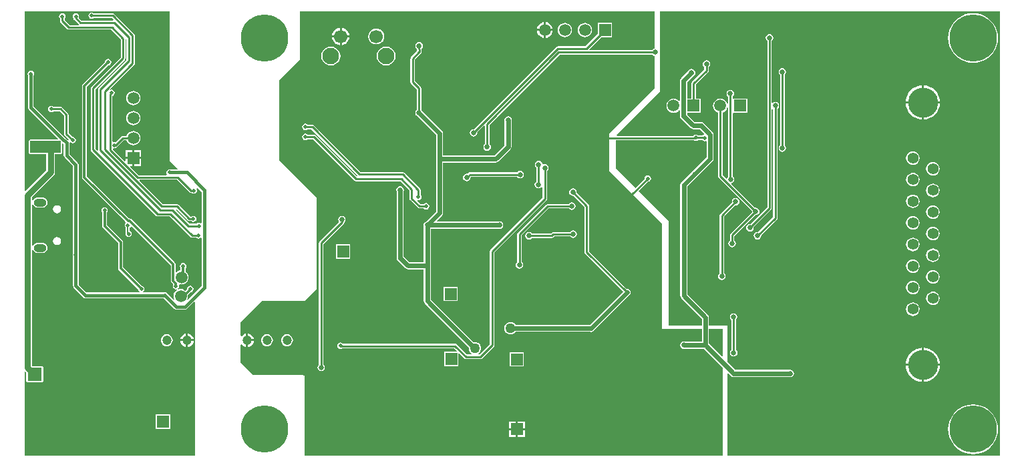
<source format=gbl>
G04*
G04 #@! TF.GenerationSoftware,Altium Limited,Altium Designer,18.1.9 (240)*
G04*
G04 Layer_Physical_Order=2*
G04 Layer_Color=16711680*
%FSAX25Y25*%
%MOIN*%
G70*
G01*
G75*
%ADD78C,0.05500*%
%ADD84C,0.08268*%
%ADD85C,0.06693*%
%ADD89C,0.01000*%
%ADD90C,0.02300*%
%ADD91C,0.03150*%
%ADD92C,0.02284*%
%ADD93C,0.01575*%
%ADD94C,0.01181*%
%ADD96C,0.00800*%
%ADD100R,0.19835X0.13309*%
%ADD101R,0.07087X0.06904*%
%ADD102R,0.15275X0.06048*%
%ADD107O,0.06299X0.03937*%
%ADD108C,0.15000*%
%ADD109C,0.04724*%
%ADD110R,0.05906X0.05906*%
%ADD111C,0.23622*%
%ADD112C,0.05906*%
%ADD113R,0.05906X0.05906*%
%ADD114C,0.01968*%
%ADD115C,0.02500*%
%ADD116C,0.02165*%
%ADD117C,0.05000*%
%ADD118R,0.09352X0.09055*%
%ADD119R,0.09824X0.13309*%
G36*
X0408178Y0331260D02*
Y0312534D01*
X0408109Y0312521D01*
X0407497Y0312112D01*
X0407355Y0311899D01*
X0375792D01*
X0375600Y0312362D01*
X0381611Y0318372D01*
X0387131D01*
Y0325478D01*
X0380025D01*
Y0319959D01*
X0373813Y0313747D01*
X0360078D01*
X0360078Y0313747D01*
X0359649Y0313661D01*
X0359285Y0313418D01*
X0359285Y0313418D01*
X0318228Y0272362D01*
X0317978Y0272411D01*
X0317256Y0272268D01*
X0316644Y0271859D01*
X0316235Y0271247D01*
X0316092Y0270525D01*
X0316235Y0269803D01*
X0316644Y0269191D01*
X0317256Y0268782D01*
X0317978Y0268639D01*
X0318700Y0268782D01*
X0319312Y0269191D01*
X0319721Y0269803D01*
X0319864Y0270525D01*
X0319814Y0270776D01*
X0323195Y0274156D01*
X0323656Y0273964D01*
Y0264901D01*
X0323444Y0264759D01*
X0323035Y0264147D01*
X0322892Y0263425D01*
X0323035Y0262703D01*
X0323444Y0262091D01*
X0324056Y0261683D01*
X0324778Y0261539D01*
X0325500Y0261683D01*
X0326112Y0262091D01*
X0326521Y0262703D01*
X0326664Y0263425D01*
X0326521Y0264147D01*
X0326112Y0264759D01*
X0325900Y0264901D01*
Y0274598D01*
X0360958Y0309656D01*
X0407355D01*
X0407497Y0309444D01*
X0408109Y0309035D01*
X0408178Y0309022D01*
Y0292697D01*
X0385625Y0270144D01*
Y0251617D01*
X0411971Y0225272D01*
X0412003D01*
Y0172450D01*
X0411978Y0172425D01*
X0431894D01*
Y0166209D01*
X0423490D01*
X0422978Y0166311D01*
X0422256Y0166168D01*
X0421644Y0165759D01*
X0421235Y0165147D01*
X0421092Y0164425D01*
X0421235Y0163703D01*
X0421644Y0163091D01*
X0422256Y0162682D01*
X0422978Y0162539D01*
X0423490Y0162641D01*
X0432939D01*
X0442318Y0153262D01*
Y0109504D01*
X0441964Y0109150D01*
X0233657Y0109175D01*
Y0149358D01*
X0233433Y0149265D01*
X0233107Y0149591D01*
X0208069D01*
X0201767Y0155892D01*
Y0164674D01*
X0202267Y0164843D01*
X0202519Y0164515D01*
X0203221Y0163977D01*
X0204039Y0163638D01*
X0204416Y0163588D01*
Y0166913D01*
Y0170239D01*
X0204039Y0170189D01*
X0203221Y0169850D01*
X0202519Y0169311D01*
X0202267Y0168983D01*
X0201767Y0169153D01*
Y0175969D01*
X0212425Y0186627D01*
X0233657D01*
X0233657Y0186626D01*
Y0186627D01*
X0239562Y0192532D01*
Y0238195D01*
X0221058Y0256698D01*
Y0296869D01*
X0231294Y0307105D01*
Y0331260D01*
X0408178D01*
D02*
G37*
G36*
X0432036Y0266883D02*
X0432560Y0266533D01*
X0433178Y0266410D01*
X0433694Y0266512D01*
X0434194Y0266243D01*
Y0258464D01*
X0429193Y0253463D01*
D01*
X0427398Y0251669D01*
X0427016Y0251287D01*
X0427016Y0251287D01*
X0421616Y0245887D01*
X0421230Y0245308D01*
X0421094Y0244625D01*
Y0226225D01*
Y0190525D01*
Y0189125D01*
X0421230Y0188442D01*
X0421616Y0187864D01*
X0431894Y0177586D01*
Y0174225D01*
X0415278D01*
Y0226511D01*
X0400307Y0241482D01*
X0404954Y0246129D01*
X0404978Y0246124D01*
X0405596Y0246247D01*
X0406120Y0246597D01*
X0406470Y0247121D01*
X0406593Y0247739D01*
X0406470Y0248357D01*
X0406120Y0248881D01*
X0405596Y0249231D01*
X0404978Y0249354D01*
X0404360Y0249231D01*
X0403836Y0248881D01*
X0403486Y0248357D01*
X0403363Y0247739D01*
X0403368Y0247715D01*
X0398721Y0243068D01*
X0388878Y0252911D01*
X0388878Y0266794D01*
X0428076D01*
X0428318Y0266633D01*
X0428936Y0266510D01*
X0429554Y0266633D01*
X0430078Y0266983D01*
X0430092Y0267004D01*
X0431955D01*
X0432036Y0266883D01*
D02*
G37*
G36*
X0166355Y0331260D02*
Y0256677D01*
X0170384Y0252648D01*
X0170193Y0252186D01*
X0167068D01*
X0166952Y0252264D01*
X0166334Y0252387D01*
X0165716Y0252264D01*
X0165192Y0251914D01*
X0164841Y0251390D01*
X0164719Y0250772D01*
X0164841Y0250153D01*
X0165047Y0249847D01*
X0164783Y0249347D01*
X0150742D01*
X0146566Y0253522D01*
X0146757Y0253984D01*
X0147724D01*
Y0257437D01*
X0144271D01*
Y0256471D01*
X0143809Y0256279D01*
X0137983Y0262105D01*
X0138020Y0262482D01*
X0138484Y0262808D01*
X0138775Y0262750D01*
X0139393Y0262873D01*
X0139917Y0263223D01*
X0140135Y0263549D01*
X0140169Y0263572D01*
X0143413Y0266815D01*
X0144843D01*
X0145120Y0266145D01*
X0145690Y0265403D01*
X0146432Y0264834D01*
X0147296Y0264476D01*
X0148224Y0264354D01*
X0149151Y0264476D01*
X0150015Y0264834D01*
X0150758Y0265403D01*
X0151327Y0266145D01*
X0151685Y0267010D01*
X0151807Y0267937D01*
X0151685Y0268864D01*
X0151327Y0269729D01*
X0150758Y0270471D01*
X0150015Y0271040D01*
X0149151Y0271398D01*
X0148224Y0271520D01*
X0147296Y0271398D01*
X0146432Y0271040D01*
X0145690Y0270471D01*
X0145120Y0269729D01*
X0144843Y0269059D01*
X0142948D01*
X0142948Y0269059D01*
X0142519Y0268973D01*
X0142155Y0268730D01*
X0139301Y0265876D01*
X0138775Y0265981D01*
X0138312Y0265889D01*
X0137812Y0266183D01*
Y0289022D01*
X0137917Y0289043D01*
X0138441Y0289393D01*
X0138791Y0289917D01*
X0138914Y0290535D01*
X0138791Y0291154D01*
X0138441Y0291678D01*
X0137917Y0292028D01*
X0137298Y0292151D01*
X0136817Y0292055D01*
X0136554Y0292499D01*
X0148623Y0304568D01*
X0148623Y0304568D01*
X0148866Y0304932D01*
X0148951Y0305361D01*
Y0319169D01*
X0148951Y0319169D01*
X0148866Y0319599D01*
X0148623Y0319962D01*
X0148623Y0319962D01*
X0138674Y0329911D01*
X0138310Y0330154D01*
X0137881Y0330240D01*
X0137881Y0330240D01*
X0128513D01*
X0128500Y0330260D01*
X0127976Y0330610D01*
X0127357Y0330733D01*
X0126739Y0330610D01*
X0126215Y0330260D01*
X0125865Y0329736D01*
X0125742Y0329118D01*
X0125865Y0328500D01*
X0126215Y0327976D01*
X0126739Y0327626D01*
X0127357Y0327503D01*
X0127976Y0327626D01*
X0128500Y0327976D01*
X0128513Y0327997D01*
X0137417D01*
X0138217Y0327196D01*
X0138010Y0326696D01*
X0122232D01*
X0120938Y0327990D01*
X0121016Y0328106D01*
X0121139Y0328724D01*
X0121016Y0329343D01*
X0120666Y0329867D01*
X0120142Y0330217D01*
X0119524Y0330340D01*
X0118906Y0330217D01*
X0118382Y0329867D01*
X0118032Y0329343D01*
X0117909Y0328724D01*
X0118032Y0328106D01*
X0118382Y0327582D01*
X0118460Y0327530D01*
X0118488Y0327389D01*
X0118731Y0327025D01*
X0120934Y0324822D01*
X0120914Y0324652D01*
X0120762Y0324322D01*
X0116526D01*
X0113912Y0326937D01*
Y0327568D01*
X0113933Y0327582D01*
X0114283Y0328106D01*
X0114406Y0328724D01*
X0114283Y0329343D01*
X0113933Y0329867D01*
X0113409Y0330217D01*
X0112791Y0330340D01*
X0112172Y0330217D01*
X0111648Y0329867D01*
X0111298Y0329343D01*
X0111175Y0328724D01*
X0111298Y0328106D01*
X0111648Y0327582D01*
X0111669Y0327568D01*
Y0326472D01*
X0111669Y0326472D01*
X0111754Y0326043D01*
X0111997Y0325679D01*
X0115269Y0322408D01*
X0115633Y0322164D01*
X0116062Y0322079D01*
X0116062Y0322079D01*
X0137141D01*
X0141984Y0317236D01*
Y0308323D01*
X0127305Y0293644D01*
X0127062Y0293280D01*
X0126976Y0292851D01*
X0126976Y0292850D01*
Y0262150D01*
X0126976Y0262150D01*
X0127062Y0261721D01*
X0127305Y0261357D01*
X0159455Y0229207D01*
X0159455Y0229207D01*
X0159818Y0228964D01*
X0160248Y0228878D01*
X0160248Y0228878D01*
X0166337D01*
X0176733Y0218483D01*
X0176733Y0218482D01*
X0177096Y0218239D01*
X0177526Y0218154D01*
X0177526Y0218154D01*
X0179435D01*
X0179449Y0218133D01*
X0179973Y0217783D01*
X0180591Y0217660D01*
X0181209Y0217783D01*
X0181733Y0218133D01*
X0181742Y0218146D01*
X0182242Y0217995D01*
Y0193877D01*
X0175459Y0187095D01*
X0175036Y0187378D01*
X0175307Y0188033D01*
X0175429Y0188961D01*
X0175331Y0189707D01*
X0176546Y0190921D01*
X0176570Y0190917D01*
X0177188Y0191040D01*
X0177712Y0191390D01*
X0178062Y0191914D01*
X0178185Y0192532D01*
X0178062Y0193150D01*
X0177712Y0193674D01*
X0177188Y0194024D01*
X0176570Y0194147D01*
X0175952Y0194024D01*
X0175428Y0193674D01*
X0175078Y0193150D01*
X0174955Y0192532D01*
X0174960Y0192508D01*
X0174135Y0191683D01*
X0173637Y0192064D01*
X0172773Y0192422D01*
X0171846Y0192544D01*
X0170918Y0192422D01*
X0170712Y0192336D01*
X0170475Y0192779D01*
X0170626Y0192880D01*
X0170976Y0193404D01*
X0171099Y0194022D01*
X0170996Y0194538D01*
X0171209Y0194814D01*
X0171377Y0194939D01*
X0172239Y0194826D01*
X0173167Y0194948D01*
X0174031Y0195306D01*
X0174773Y0195876D01*
X0175343Y0196618D01*
X0175701Y0197482D01*
X0175823Y0198409D01*
X0175701Y0199337D01*
X0175343Y0200201D01*
X0174773Y0200943D01*
X0174241Y0201352D01*
Y0202886D01*
X0174519Y0203303D01*
X0174642Y0203921D01*
X0174519Y0204539D01*
X0174169Y0205063D01*
X0173645Y0205414D01*
X0173027Y0205537D01*
X0172409Y0205414D01*
X0171885Y0205063D01*
X0171534Y0204539D01*
X0171412Y0203921D01*
X0171534Y0203303D01*
X0171813Y0202886D01*
Y0201937D01*
X0171312Y0201871D01*
X0170448Y0201513D01*
X0169810Y0201023D01*
X0169310Y0201182D01*
Y0204841D01*
X0169310Y0204841D01*
X0169218Y0205306D01*
X0168954Y0205699D01*
X0168954Y0205699D01*
X0147227Y0227427D01*
X0146833Y0227690D01*
X0146369Y0227782D01*
X0146369Y0227782D01*
X0146158D01*
X0125028Y0248912D01*
Y0293558D01*
X0135764Y0304294D01*
X0136255Y0304392D01*
X0136779Y0304742D01*
X0137129Y0305266D01*
X0137252Y0305884D01*
X0137129Y0306502D01*
X0136779Y0307026D01*
X0136255Y0307376D01*
X0135637Y0307499D01*
X0135019Y0307376D01*
X0134495Y0307026D01*
X0134145Y0306502D01*
X0134047Y0306010D01*
X0122956Y0294919D01*
X0122693Y0294526D01*
X0122600Y0294061D01*
X0122600Y0294061D01*
Y0248409D01*
X0122600Y0248409D01*
X0122693Y0247945D01*
X0122956Y0247551D01*
X0144434Y0226073D01*
X0144385Y0225575D01*
X0144326Y0225536D01*
X0143975Y0225012D01*
X0143853Y0224394D01*
X0143975Y0223775D01*
X0144326Y0223251D01*
X0144448Y0223169D01*
Y0220800D01*
X0144369Y0220681D01*
X0144246Y0220063D01*
X0144369Y0219445D01*
X0144719Y0218921D01*
X0145243Y0218571D01*
X0145861Y0218448D01*
X0146480Y0218571D01*
X0147004Y0218921D01*
X0147354Y0219445D01*
X0147477Y0220063D01*
X0147354Y0220681D01*
X0147004Y0221205D01*
X0146487Y0221550D01*
Y0223169D01*
X0146610Y0223251D01*
X0146871Y0223642D01*
X0147433Y0223787D01*
X0166882Y0204338D01*
Y0196693D01*
X0166882Y0196693D01*
X0166975Y0196229D01*
X0167238Y0195835D01*
X0168168Y0194905D01*
X0167991Y0194641D01*
X0167868Y0194022D01*
X0167991Y0193404D01*
X0168341Y0192880D01*
X0168865Y0192530D01*
X0169483Y0192407D01*
X0169749Y0192460D01*
X0169960Y0191992D01*
X0169312Y0191495D01*
X0168742Y0190752D01*
X0168384Y0189888D01*
X0168262Y0188961D01*
X0168384Y0188033D01*
X0168656Y0187376D01*
X0168233Y0187093D01*
X0165491Y0189834D01*
X0165464Y0189972D01*
X0165114Y0190496D01*
X0164590Y0190846D01*
X0163971Y0190969D01*
X0163353Y0190846D01*
X0163237Y0190768D01*
X0153300D01*
X0153149Y0191268D01*
X0153331Y0191390D01*
X0153681Y0191914D01*
X0153804Y0192532D01*
X0153681Y0193150D01*
X0153331Y0193674D01*
X0152807Y0194024D01*
X0152315Y0194122D01*
X0143138Y0203299D01*
Y0215940D01*
X0143046Y0216405D01*
X0142783Y0216798D01*
X0142783Y0216798D01*
X0135087Y0224494D01*
Y0230839D01*
X0135366Y0231256D01*
X0135488Y0231874D01*
X0135366Y0232492D01*
X0135015Y0233016D01*
X0134491Y0233366D01*
X0133873Y0233489D01*
X0133255Y0233366D01*
X0132731Y0233016D01*
X0132381Y0232492D01*
X0132258Y0231874D01*
X0132381Y0231256D01*
X0132659Y0230839D01*
Y0223991D01*
X0132659Y0223991D01*
X0132752Y0223527D01*
X0133015Y0223133D01*
X0140710Y0215437D01*
Y0202796D01*
X0140710Y0202796D01*
X0140803Y0202332D01*
X0141066Y0201938D01*
X0150599Y0192405D01*
X0150696Y0191914D01*
X0151047Y0191390D01*
X0151228Y0191268D01*
X0151077Y0190768D01*
X0124794D01*
X0120898Y0194665D01*
Y0208826D01*
X0120976Y0208943D01*
X0121099Y0209561D01*
X0120976Y0210179D01*
X0120898Y0210295D01*
Y0254725D01*
X0120790Y0255266D01*
X0120484Y0255725D01*
X0116262Y0259947D01*
Y0265558D01*
X0116243Y0265655D01*
X0116714Y0265850D01*
X0116767Y0265771D01*
X0117290Y0265421D01*
X0117909Y0265298D01*
X0118527Y0265421D01*
X0119051Y0265771D01*
X0119401Y0266295D01*
X0119524Y0266913D01*
X0119401Y0267531D01*
X0119051Y0268056D01*
X0118527Y0268406D01*
X0117909Y0268529D01*
X0117884Y0268524D01*
X0115881Y0270528D01*
Y0279610D01*
X0115795Y0280040D01*
X0115552Y0280404D01*
X0115552Y0280404D01*
X0112737Y0283218D01*
X0112374Y0283461D01*
X0111944Y0283547D01*
X0111944Y0283547D01*
X0108426D01*
X0108413Y0283567D01*
X0107888Y0283917D01*
X0107270Y0284040D01*
X0106652Y0283917D01*
X0106128Y0283567D01*
X0105778Y0283043D01*
X0105655Y0282425D01*
X0105778Y0281807D01*
X0106128Y0281283D01*
X0106652Y0280933D01*
X0107270Y0280810D01*
X0107888Y0280933D01*
X0108413Y0281283D01*
X0108426Y0281304D01*
X0111480D01*
X0113637Y0279146D01*
Y0270063D01*
X0113637Y0270063D01*
X0113723Y0269634D01*
X0113966Y0269270D01*
X0116064Y0267172D01*
X0116044Y0267069D01*
X0115502Y0266904D01*
X0113499Y0268907D01*
X0113424Y0268958D01*
X0098473Y0283908D01*
Y0299266D01*
X0098551Y0299382D01*
X0098674Y0300000D01*
X0098551Y0300618D01*
X0098201Y0301142D01*
X0097676Y0301492D01*
X0097058Y0301615D01*
X0096440Y0301492D01*
X0095916Y0301142D01*
X0095566Y0300618D01*
X0095443Y0300000D01*
X0095566Y0299382D01*
X0095644Y0299266D01*
Y0283322D01*
X0095751Y0282781D01*
X0096058Y0282322D01*
X0110749Y0267631D01*
X0110558Y0267169D01*
X0096649D01*
X0096190Y0266979D01*
X0095999Y0266520D01*
Y0260472D01*
X0096190Y0260012D01*
X0096649Y0259822D01*
X0104668D01*
Y0251706D01*
X0094376Y0241415D01*
X0093876Y0241622D01*
X0093895Y0331260D01*
X0166355D01*
D02*
G37*
G36*
X0144740Y0317383D02*
Y0306945D01*
X0130895Y0293100D01*
X0130652Y0292736D01*
X0130567Y0292307D01*
X0130567Y0292307D01*
Y0261974D01*
X0130466Y0261890D01*
X0130095Y0261739D01*
X0129219Y0262614D01*
Y0292386D01*
X0143899Y0307065D01*
X0143899Y0307065D01*
X0144142Y0307429D01*
X0144227Y0307858D01*
X0144227Y0307858D01*
Y0317148D01*
X0144727Y0317393D01*
X0144740Y0317383D01*
D02*
G37*
G36*
X0113433Y0264972D02*
Y0259361D01*
X0113541Y0258820D01*
X0113847Y0258361D01*
X0118069Y0254139D01*
Y0210295D01*
X0117991Y0210179D01*
X0117868Y0209561D01*
X0117991Y0208943D01*
X0118069Y0208826D01*
Y0194079D01*
X0118177Y0193537D01*
X0118483Y0193078D01*
X0123208Y0188353D01*
X0123667Y0188047D01*
X0124209Y0187939D01*
X0163237D01*
X0163353Y0187861D01*
X0163491Y0187834D01*
X0168800Y0182525D01*
X0169259Y0182218D01*
X0169800Y0182111D01*
X0173891D01*
X0174432Y0182218D01*
X0174891Y0182525D01*
X0178492Y0186126D01*
X0178954Y0185934D01*
Y0109535D01*
X0178600Y0109181D01*
X0094203Y0109192D01*
X0093849Y0109545D01*
X0093858Y0151112D01*
X0094358Y0151319D01*
X0094818Y0150859D01*
Y0146441D01*
X0095008Y0145982D01*
X0095468Y0145791D01*
X0102554D01*
X0103014Y0145982D01*
X0103204Y0146441D01*
Y0153345D01*
X0103014Y0153805D01*
X0102554Y0153995D01*
X0097954D01*
X0097685Y0154264D01*
Y0211826D01*
X0098185Y0211926D01*
X0098246Y0211779D01*
X0098658Y0211243D01*
X0099194Y0210831D01*
X0099819Y0210572D01*
X0100489Y0210484D01*
X0102852D01*
X0103522Y0210572D01*
X0104147Y0210831D01*
X0104683Y0211243D01*
X0105095Y0211779D01*
X0105354Y0212404D01*
X0105442Y0213075D01*
X0105354Y0213745D01*
X0105095Y0214370D01*
X0104683Y0214907D01*
X0104147Y0215318D01*
X0103522Y0215577D01*
X0102852Y0215666D01*
X0100489D01*
X0099819Y0215577D01*
X0099194Y0215318D01*
X0098658Y0214907D01*
X0098246Y0214370D01*
X0098185Y0214224D01*
X0097685Y0214323D01*
Y0234464D01*
X0098185Y0234564D01*
X0098246Y0234417D01*
X0098658Y0233881D01*
X0099194Y0233469D01*
X0099819Y0233210D01*
X0100489Y0233122D01*
X0102852D01*
X0103522Y0233210D01*
X0104147Y0233469D01*
X0104683Y0233881D01*
X0105095Y0234417D01*
X0105354Y0235042D01*
X0105442Y0235713D01*
X0105354Y0236383D01*
X0105095Y0237008D01*
X0104683Y0237544D01*
X0104147Y0237956D01*
X0103522Y0238215D01*
X0102852Y0238303D01*
X0100489D01*
X0099819Y0238215D01*
X0099194Y0237956D01*
X0098658Y0237544D01*
X0098246Y0237008D01*
X0098185Y0236861D01*
X0097685Y0236961D01*
Y0238452D01*
X0108453Y0249220D01*
X0108453Y0249220D01*
X0108934Y0249939D01*
X0109102Y0250788D01*
Y0259822D01*
X0111924D01*
X0112383Y0260012D01*
X0112573Y0260472D01*
Y0265178D01*
X0113035Y0265370D01*
X0113433Y0264972D01*
D02*
G37*
G36*
X0176161Y0240924D02*
X0176161Y0240924D01*
X0176524Y0240680D01*
X0176953Y0240595D01*
X0176954Y0240595D01*
X0177206D01*
X0177220Y0240574D01*
X0177744Y0240224D01*
X0178362Y0240101D01*
X0178980Y0240224D01*
X0179504Y0240574D01*
X0179855Y0241098D01*
X0179978Y0241717D01*
X0179855Y0242335D01*
X0179581Y0242745D01*
X0179969Y0243063D01*
X0182242Y0240790D01*
Y0225610D01*
X0181742Y0225343D01*
X0181519Y0225492D01*
X0180901Y0225615D01*
X0180283Y0225492D01*
X0179759Y0225142D01*
X0179745Y0225121D01*
X0176247D01*
X0169514Y0231855D01*
X0169678Y0232398D01*
X0169711Y0232404D01*
X0175336Y0226779D01*
X0175336Y0226779D01*
X0175700Y0226536D01*
X0176129Y0226451D01*
X0176989D01*
X0177003Y0226430D01*
X0177527Y0226080D01*
X0178145Y0225957D01*
X0178763Y0226080D01*
X0179287Y0226430D01*
X0179637Y0226954D01*
X0179760Y0227572D01*
X0179637Y0228191D01*
X0179287Y0228715D01*
X0178763Y0229065D01*
X0178145Y0229188D01*
X0177527Y0229065D01*
X0177003Y0228715D01*
X0176531Y0228757D01*
X0170652Y0234636D01*
X0170288Y0234879D01*
X0169859Y0234964D01*
X0169859Y0234964D01*
X0162861D01*
X0151184Y0246642D01*
X0151375Y0247104D01*
X0169980D01*
X0176161Y0240924D01*
D02*
G37*
G36*
X0442318Y0158962D02*
X0441856Y0158770D01*
X0435462Y0165164D01*
Y0172425D01*
X0442318D01*
Y0158962D01*
D02*
G37*
G36*
X0445078Y0331260D02*
D01*
X0580635Y0331260D01*
Y0109487D01*
X0580282Y0109134D01*
X0444562Y0109150D01*
Y0150365D01*
X0445024Y0150556D01*
X0446516Y0149064D01*
X0447095Y0148677D01*
X0447778Y0148541D01*
X0475465D01*
X0475978Y0148439D01*
X0476700Y0148582D01*
X0477312Y0148991D01*
X0477721Y0149603D01*
X0477864Y0150325D01*
X0477721Y0151047D01*
X0477312Y0151659D01*
X0476700Y0152068D01*
X0475978Y0152211D01*
X0475465Y0152110D01*
X0448517D01*
X0444562Y0156065D01*
Y0174225D01*
X0435462D01*
Y0178325D01*
X0435462Y0178325D01*
X0435326Y0179008D01*
X0434940Y0179587D01*
X0434940Y0179587D01*
X0424662Y0189864D01*
Y0190525D01*
Y0226225D01*
Y0243886D01*
X0429540Y0248763D01*
X0429540Y0248763D01*
X0431305Y0250529D01*
X0437240Y0256464D01*
X0437240Y0256464D01*
X0437626Y0257042D01*
X0437762Y0257725D01*
Y0269725D01*
X0437626Y0270408D01*
X0437240Y0270987D01*
X0432825Y0275401D01*
X0432246Y0275788D01*
X0431564Y0275924D01*
X0428309D01*
X0424562Y0279671D01*
Y0280572D01*
X0431331D01*
Y0287678D01*
X0428899D01*
Y0294761D01*
X0434971Y0300832D01*
X0434971Y0300832D01*
X0435214Y0301196D01*
X0435299Y0301625D01*
X0435299Y0301625D01*
Y0303450D01*
X0435512Y0303591D01*
X0435921Y0304203D01*
X0436064Y0304925D01*
X0435921Y0305647D01*
X0435512Y0306259D01*
X0434900Y0306668D01*
X0434178Y0306811D01*
X0433456Y0306668D01*
X0432844Y0306259D01*
X0432435Y0305647D01*
X0432292Y0304925D01*
X0432435Y0304203D01*
X0432844Y0303591D01*
X0433056Y0303450D01*
Y0302090D01*
X0426985Y0296018D01*
X0426742Y0295654D01*
X0426656Y0295225D01*
X0426656Y0295225D01*
Y0287678D01*
X0424562D01*
Y0295886D01*
X0427677Y0299001D01*
X0428112Y0299291D01*
X0428521Y0299903D01*
X0428664Y0300625D01*
X0428521Y0301347D01*
X0428112Y0301959D01*
X0427500Y0302368D01*
X0426778Y0302511D01*
X0426056Y0302368D01*
X0425444Y0301959D01*
X0425154Y0301524D01*
X0421516Y0297887D01*
X0421130Y0297308D01*
X0420994Y0296625D01*
Y0286592D01*
X0420494Y0286422D01*
X0420312Y0286659D01*
X0419570Y0287228D01*
X0418705Y0287586D01*
X0417778Y0287709D01*
X0416851Y0287586D01*
X0415986Y0287228D01*
X0415244Y0286659D01*
X0414675Y0285917D01*
X0414317Y0285053D01*
X0414194Y0284125D01*
X0414317Y0283198D01*
X0414675Y0282333D01*
X0415244Y0281591D01*
X0415986Y0281022D01*
X0416851Y0280664D01*
X0417778Y0280542D01*
X0418705Y0280664D01*
X0419570Y0281022D01*
X0420312Y0281591D01*
X0420494Y0281828D01*
X0420994Y0281659D01*
Y0278932D01*
X0421130Y0278249D01*
X0421516Y0277671D01*
X0426309Y0272878D01*
X0426309Y0272878D01*
X0426888Y0272491D01*
X0427570Y0272355D01*
X0427570Y0272355D01*
X0430824D01*
X0433054Y0270126D01*
X0432890Y0269583D01*
X0432560Y0269517D01*
X0432155Y0269247D01*
X0430092D01*
X0430078Y0269267D01*
X0429554Y0269618D01*
X0428936Y0269741D01*
X0428318Y0269618D01*
X0427794Y0269267D01*
X0427640Y0269037D01*
X0389522D01*
X0389315Y0269537D01*
X0411078Y0291300D01*
Y0331260D01*
X0445078D01*
D02*
G37*
%LPC*%
G36*
X0354078Y0325846D02*
Y0322425D01*
X0357499D01*
X0357429Y0322957D01*
X0357031Y0323919D01*
X0356397Y0324744D01*
X0355571Y0325378D01*
X0354610Y0325776D01*
X0354078Y0325846D01*
D02*
G37*
G36*
X0353078D02*
X0352546Y0325776D01*
X0351585Y0325378D01*
X0350759Y0324744D01*
X0350125Y0323919D01*
X0349727Y0322957D01*
X0349657Y0322425D01*
X0353078D01*
Y0325846D01*
D02*
G37*
G36*
X0252199Y0323046D02*
Y0319228D01*
X0256017D01*
X0255934Y0319863D01*
X0255496Y0320920D01*
X0254799Y0321828D01*
X0253891Y0322525D01*
X0252834Y0322963D01*
X0252199Y0323046D01*
D02*
G37*
G36*
X0251199D02*
X0250565Y0322963D01*
X0249507Y0322525D01*
X0248599Y0321828D01*
X0247903Y0320920D01*
X0247465Y0319863D01*
X0247381Y0319228D01*
X0251199D01*
Y0323046D01*
D02*
G37*
G36*
X0373578Y0325509D02*
X0372651Y0325387D01*
X0371786Y0325028D01*
X0371044Y0324459D01*
X0370475Y0323717D01*
X0370117Y0322853D01*
X0369994Y0321925D01*
X0370117Y0320998D01*
X0370475Y0320133D01*
X0371044Y0319391D01*
X0371786Y0318822D01*
X0372651Y0318464D01*
X0373578Y0318342D01*
X0374505Y0318464D01*
X0375370Y0318822D01*
X0376112Y0319391D01*
X0376681Y0320133D01*
X0377039Y0320998D01*
X0377161Y0321925D01*
X0377039Y0322853D01*
X0376681Y0323717D01*
X0376112Y0324459D01*
X0375370Y0325028D01*
X0374505Y0325387D01*
X0373578Y0325509D01*
D02*
G37*
G36*
X0363578D02*
X0362650Y0325387D01*
X0361786Y0325028D01*
X0361044Y0324459D01*
X0360475Y0323717D01*
X0360117Y0322853D01*
X0359995Y0321925D01*
X0360117Y0320998D01*
X0360475Y0320133D01*
X0361044Y0319391D01*
X0361786Y0318822D01*
X0362650Y0318464D01*
X0363578Y0318342D01*
X0364505Y0318464D01*
X0365370Y0318822D01*
X0366112Y0319391D01*
X0366681Y0320133D01*
X0367039Y0320998D01*
X0367161Y0321925D01*
X0367039Y0322853D01*
X0366681Y0323717D01*
X0366112Y0324459D01*
X0365370Y0325028D01*
X0364505Y0325387D01*
X0363578Y0325509D01*
D02*
G37*
G36*
X0357499Y0321425D02*
X0354078D01*
Y0318004D01*
X0354610Y0318074D01*
X0355571Y0318473D01*
X0356397Y0319106D01*
X0357031Y0319932D01*
X0357429Y0320893D01*
X0357499Y0321425D01*
D02*
G37*
G36*
X0353078D02*
X0349657D01*
X0349727Y0320893D01*
X0350125Y0319932D01*
X0350759Y0319106D01*
X0351585Y0318473D01*
X0352546Y0318074D01*
X0353078Y0318004D01*
Y0321425D01*
D02*
G37*
G36*
X0269416Y0322709D02*
X0268386Y0322573D01*
X0267425Y0322176D01*
X0266601Y0321543D01*
X0265969Y0320719D01*
X0265571Y0319759D01*
X0265435Y0318728D01*
X0265571Y0317698D01*
X0265969Y0316738D01*
X0266601Y0315914D01*
X0267425Y0315281D01*
X0268386Y0314883D01*
X0269416Y0314748D01*
X0270446Y0314883D01*
X0271406Y0315281D01*
X0272230Y0315914D01*
X0272863Y0316738D01*
X0273261Y0317698D01*
X0273396Y0318728D01*
X0273261Y0319759D01*
X0272863Y0320719D01*
X0272230Y0321543D01*
X0271406Y0322176D01*
X0270446Y0322573D01*
X0269416Y0322709D01*
D02*
G37*
G36*
X0256017Y0318228D02*
X0252199D01*
Y0314410D01*
X0252834Y0314494D01*
X0253891Y0314932D01*
X0254799Y0315628D01*
X0255496Y0316536D01*
X0255934Y0317594D01*
X0256017Y0318228D01*
D02*
G37*
G36*
X0251199D02*
X0247381D01*
X0247465Y0317594D01*
X0247903Y0316536D01*
X0248599Y0315628D01*
X0249507Y0314932D01*
X0250565Y0314494D01*
X0251199Y0314410D01*
Y0318228D01*
D02*
G37*
G36*
X0274337Y0313700D02*
X0273101Y0313537D01*
X0271950Y0313060D01*
X0270961Y0312301D01*
X0270202Y0311313D01*
X0269725Y0310161D01*
X0269562Y0308925D01*
X0269725Y0307689D01*
X0270202Y0306538D01*
X0270961Y0305549D01*
X0271950Y0304790D01*
X0273101Y0304313D01*
X0274337Y0304151D01*
X0275573Y0304313D01*
X0276724Y0304790D01*
X0277713Y0305549D01*
X0278472Y0306538D01*
X0278949Y0307689D01*
X0279112Y0308925D01*
X0278949Y0310161D01*
X0278472Y0311313D01*
X0277713Y0312301D01*
X0276724Y0313060D01*
X0275573Y0313537D01*
X0274337Y0313700D01*
D02*
G37*
G36*
X0246778D02*
X0245542Y0313537D01*
X0244391Y0313060D01*
X0243402Y0312301D01*
X0242643Y0311313D01*
X0242166Y0310161D01*
X0242003Y0308925D01*
X0242166Y0307689D01*
X0242643Y0306538D01*
X0243402Y0305549D01*
X0244391Y0304790D01*
X0245542Y0304313D01*
X0246778Y0304151D01*
X0248014Y0304313D01*
X0249165Y0304790D01*
X0250154Y0305549D01*
X0250913Y0306538D01*
X0251390Y0307689D01*
X0251553Y0308925D01*
X0251390Y0310161D01*
X0250913Y0311313D01*
X0250154Y0312301D01*
X0249165Y0313060D01*
X0248014Y0313537D01*
X0246778Y0313700D01*
D02*
G37*
G36*
X0341178Y0251611D02*
X0340456Y0251468D01*
X0339844Y0251059D01*
X0339702Y0250847D01*
X0316278D01*
X0316278Y0250847D01*
X0315849Y0250761D01*
X0315485Y0250518D01*
X0314995Y0250028D01*
X0314578Y0250111D01*
X0313856Y0249968D01*
X0313244Y0249559D01*
X0312835Y0248947D01*
X0312692Y0248225D01*
X0312835Y0247503D01*
X0313244Y0246891D01*
X0313856Y0246482D01*
X0314578Y0246339D01*
X0315300Y0246482D01*
X0315912Y0246891D01*
X0316321Y0247503D01*
X0316464Y0248225D01*
X0316806Y0248604D01*
X0339702D01*
X0339844Y0248391D01*
X0340456Y0247983D01*
X0341178Y0247839D01*
X0341900Y0247983D01*
X0342512Y0248391D01*
X0342921Y0249003D01*
X0343064Y0249725D01*
X0342921Y0250447D01*
X0342512Y0251059D01*
X0341900Y0251468D01*
X0341178Y0251611D01*
D02*
G37*
G36*
X0234050Y0275084D02*
X0233432Y0274961D01*
X0232908Y0274611D01*
X0232558Y0274087D01*
X0232435Y0273468D01*
X0232558Y0272850D01*
X0232908Y0272326D01*
X0233432Y0271976D01*
X0234050Y0271853D01*
X0234668Y0271976D01*
X0235193Y0272326D01*
X0235206Y0272347D01*
X0237047D01*
X0260033Y0249360D01*
X0259859Y0248828D01*
X0259659Y0248797D01*
X0239194Y0269262D01*
X0238830Y0269505D01*
X0238401Y0269590D01*
X0238401Y0269590D01*
X0235206D01*
X0235193Y0269611D01*
X0234668Y0269961D01*
X0234050Y0270084D01*
X0233432Y0269961D01*
X0232908Y0269611D01*
X0232558Y0269087D01*
X0232435Y0268468D01*
X0232558Y0267850D01*
X0232908Y0267326D01*
X0233432Y0266976D01*
X0234050Y0266853D01*
X0234668Y0266976D01*
X0235193Y0267326D01*
X0235206Y0267347D01*
X0237936D01*
X0258590Y0246693D01*
X0258954Y0246450D01*
X0259384Y0246364D01*
X0259384Y0246364D01*
X0281538D01*
X0286037Y0241865D01*
Y0237723D01*
X0286037Y0237723D01*
X0286122Y0237294D01*
X0286365Y0236930D01*
X0290204Y0233091D01*
X0290204Y0233091D01*
X0290568Y0232848D01*
X0290997Y0232763D01*
X0290997Y0232763D01*
X0293131D01*
X0293144Y0232742D01*
X0293669Y0232392D01*
X0294287Y0232269D01*
X0294905Y0232392D01*
X0295429Y0232742D01*
X0295779Y0233266D01*
X0295902Y0233884D01*
X0295779Y0234502D01*
X0295429Y0235026D01*
X0294905Y0235377D01*
X0294287Y0235500D01*
X0293669Y0235377D01*
X0293144Y0235026D01*
X0293131Y0235006D01*
X0291461D01*
X0289925Y0236542D01*
X0290171Y0237003D01*
X0290429Y0236952D01*
X0291047Y0237075D01*
X0291571Y0237425D01*
X0291921Y0237949D01*
X0292044Y0238567D01*
X0291921Y0239185D01*
X0291571Y0239709D01*
X0291551Y0239723D01*
Y0242053D01*
X0291465Y0242482D01*
X0291222Y0242846D01*
X0291222Y0242846D01*
X0283400Y0250668D01*
X0283036Y0250911D01*
X0282607Y0250997D01*
X0282607Y0250997D01*
X0261569D01*
X0238304Y0274262D01*
X0237940Y0274505D01*
X0237511Y0274590D01*
X0237511Y0274590D01*
X0235206D01*
X0235193Y0274611D01*
X0234668Y0274961D01*
X0234050Y0275084D01*
D02*
G37*
G36*
X0367078Y0235811D02*
X0366356Y0235668D01*
X0365744Y0235259D01*
X0365602Y0235047D01*
X0354978D01*
X0354978Y0235047D01*
X0354549Y0234961D01*
X0354185Y0234718D01*
X0354185Y0234718D01*
X0340085Y0220618D01*
X0339842Y0220254D01*
X0339756Y0219825D01*
X0339756Y0219825D01*
Y0206101D01*
X0339544Y0205959D01*
X0339135Y0205347D01*
X0338992Y0204625D01*
X0339135Y0203903D01*
X0339544Y0203291D01*
X0340156Y0202883D01*
X0340878Y0202739D01*
X0341600Y0202883D01*
X0342212Y0203291D01*
X0342621Y0203903D01*
X0342764Y0204625D01*
X0342621Y0205347D01*
X0342212Y0205959D01*
X0342000Y0206101D01*
Y0219361D01*
X0355443Y0232804D01*
X0365602D01*
X0365744Y0232591D01*
X0366356Y0232183D01*
X0367078Y0232039D01*
X0367800Y0232183D01*
X0368412Y0232591D01*
X0368821Y0233203D01*
X0368964Y0233925D01*
X0368821Y0234647D01*
X0368412Y0235259D01*
X0367800Y0235668D01*
X0367078Y0235811D01*
D02*
G37*
G36*
X0367678Y0221811D02*
X0366956Y0221668D01*
X0366344Y0221259D01*
X0366202Y0221047D01*
X0357778D01*
X0357778Y0221047D01*
X0357349Y0220961D01*
X0356985Y0220718D01*
X0356513Y0220247D01*
X0347153D01*
X0347012Y0220459D01*
X0346400Y0220868D01*
X0345678Y0221011D01*
X0344956Y0220868D01*
X0344344Y0220459D01*
X0343935Y0219847D01*
X0343792Y0219125D01*
X0343935Y0218403D01*
X0344344Y0217791D01*
X0344956Y0217383D01*
X0345678Y0217239D01*
X0346400Y0217383D01*
X0347012Y0217791D01*
X0347153Y0218004D01*
X0356978D01*
X0356978Y0218004D01*
X0357407Y0218089D01*
X0357771Y0218332D01*
X0358243Y0218804D01*
X0366202D01*
X0366344Y0218591D01*
X0366956Y0218182D01*
X0367678Y0218039D01*
X0368400Y0218182D01*
X0369012Y0218591D01*
X0369421Y0219203D01*
X0369564Y0219925D01*
X0369421Y0220647D01*
X0369012Y0221259D01*
X0368400Y0221668D01*
X0367678Y0221811D01*
D02*
G37*
G36*
X0256501Y0214820D02*
X0249395D01*
Y0207714D01*
X0256501D01*
Y0214820D01*
D02*
G37*
G36*
X0290831Y0315959D02*
X0290109Y0315815D01*
X0289497Y0315406D01*
X0289088Y0314794D01*
X0288945Y0314072D01*
X0289088Y0313351D01*
X0289497Y0312739D01*
X0289731Y0312582D01*
X0289749Y0311383D01*
X0286785Y0308418D01*
X0286542Y0308054D01*
X0286456Y0307625D01*
X0286456Y0307625D01*
Y0296025D01*
X0286456Y0296025D01*
X0286542Y0295596D01*
X0286785Y0295232D01*
X0289656Y0292361D01*
Y0281901D01*
X0289444Y0281759D01*
X0289035Y0281147D01*
X0288892Y0280425D01*
X0289035Y0279703D01*
X0289444Y0279091D01*
X0289879Y0278801D01*
X0299194Y0269486D01*
Y0257525D01*
Y0231264D01*
X0293979Y0226049D01*
X0293544Y0225759D01*
X0293135Y0225147D01*
X0292992Y0224425D01*
X0293094Y0223913D01*
Y0205909D01*
X0286017D01*
X0283162Y0208764D01*
Y0241513D01*
X0283264Y0242025D01*
X0283121Y0242747D01*
X0282712Y0243359D01*
X0282100Y0243768D01*
X0281378Y0243911D01*
X0280656Y0243768D01*
X0280044Y0243359D01*
X0279635Y0242747D01*
X0279492Y0242025D01*
X0279594Y0241513D01*
Y0208025D01*
X0279730Y0207342D01*
X0280116Y0206764D01*
X0284016Y0202864D01*
X0284016Y0202864D01*
X0284595Y0202477D01*
X0285278Y0202341D01*
X0293094D01*
Y0186625D01*
X0293230Y0185942D01*
X0293616Y0185363D01*
X0315610Y0163370D01*
X0315551Y0162925D01*
X0315658Y0162116D01*
X0315970Y0161362D01*
X0316467Y0160714D01*
X0317050Y0160267D01*
X0317031Y0160032D01*
X0316911Y0159767D01*
X0314673D01*
X0309572Y0164868D01*
X0309208Y0165111D01*
X0308779Y0165197D01*
X0308779Y0165197D01*
X0252732D01*
X0252663Y0165300D01*
X0252139Y0165650D01*
X0251521Y0165773D01*
X0250903Y0165650D01*
X0250379Y0165300D01*
X0250029Y0164776D01*
X0249906Y0164157D01*
X0250029Y0163539D01*
X0250379Y0163015D01*
X0250903Y0162665D01*
X0251521Y0162542D01*
X0252139Y0162665D01*
X0252571Y0162954D01*
X0308315D01*
X0309704Y0161564D01*
X0309513Y0161102D01*
X0303368D01*
Y0153997D01*
X0310474D01*
Y0160141D01*
X0310936Y0160332D01*
X0313416Y0157853D01*
X0313416Y0157853D01*
X0313779Y0157609D01*
X0314209Y0157524D01*
X0321450D01*
X0321450Y0157524D01*
X0321879Y0157609D01*
X0322243Y0157853D01*
X0328071Y0163680D01*
X0328071Y0163680D01*
X0328314Y0164044D01*
X0328399Y0164473D01*
X0328399Y0164473D01*
Y0210861D01*
X0354324Y0236785D01*
X0354324Y0236785D01*
X0354567Y0237149D01*
X0354652Y0237578D01*
X0354652Y0237578D01*
Y0251597D01*
X0354865Y0251739D01*
X0355273Y0252351D01*
X0355417Y0253072D01*
X0355273Y0253794D01*
X0354865Y0254406D01*
X0354253Y0254815D01*
X0353531Y0254959D01*
X0352809Y0254815D01*
X0352295Y0255073D01*
X0352221Y0255447D01*
X0351812Y0256059D01*
X0351200Y0256468D01*
X0350478Y0256611D01*
X0349756Y0256468D01*
X0349144Y0256059D01*
X0348735Y0255447D01*
X0348592Y0254725D01*
X0348735Y0254003D01*
X0349144Y0253391D01*
X0349356Y0253250D01*
Y0246268D01*
X0349044Y0246059D01*
X0348635Y0245447D01*
X0348492Y0244725D01*
X0348635Y0244003D01*
X0349044Y0243391D01*
X0349656Y0242983D01*
X0350378Y0242839D01*
X0351100Y0242983D01*
X0351712Y0243391D01*
X0351909Y0243687D01*
X0352409Y0243535D01*
Y0238042D01*
X0326485Y0212118D01*
X0326242Y0211754D01*
X0326156Y0211325D01*
X0326156Y0211325D01*
Y0164938D01*
X0320986Y0159767D01*
X0320444D01*
X0320325Y0160032D01*
X0320306Y0160267D01*
X0320889Y0160714D01*
X0321386Y0161362D01*
X0321698Y0162116D01*
X0321805Y0162925D01*
X0321698Y0163734D01*
X0321386Y0164489D01*
X0320889Y0165136D01*
X0320241Y0165633D01*
X0319487Y0165945D01*
X0318678Y0166052D01*
X0318056Y0165970D01*
X0296662Y0187364D01*
Y0204125D01*
Y0222641D01*
X0330365D01*
X0330878Y0222539D01*
X0331600Y0222682D01*
X0332212Y0223091D01*
X0332621Y0223703D01*
X0332764Y0224425D01*
X0332621Y0225147D01*
X0332212Y0225759D01*
X0331600Y0226168D01*
X0330878Y0226311D01*
X0330365Y0226209D01*
X0299839D01*
X0299647Y0226671D01*
X0302240Y0229263D01*
X0302240Y0229263D01*
X0302626Y0229842D01*
X0302762Y0230525D01*
Y0255741D01*
X0329078D01*
X0329761Y0255877D01*
X0330340Y0256263D01*
X0336440Y0262364D01*
X0336440Y0262364D01*
X0336826Y0262942D01*
X0336962Y0263625D01*
Y0276413D01*
X0337064Y0276925D01*
X0336921Y0277647D01*
X0336512Y0278259D01*
X0335900Y0278668D01*
X0335178Y0278811D01*
X0334456Y0278668D01*
X0333844Y0278259D01*
X0333435Y0277647D01*
X0333292Y0276925D01*
X0333394Y0276413D01*
Y0264364D01*
X0328339Y0259310D01*
X0302762D01*
Y0270225D01*
X0302762Y0270225D01*
X0302626Y0270908D01*
X0302240Y0271487D01*
X0292402Y0281324D01*
X0292112Y0281759D01*
X0291899Y0281901D01*
Y0292825D01*
X0291814Y0293254D01*
X0291571Y0293618D01*
X0291571Y0293618D01*
X0288700Y0296490D01*
Y0307161D01*
X0291624Y0310085D01*
X0291647Y0310119D01*
X0291683Y0310144D01*
X0291920Y0310512D01*
X0291999Y0310942D01*
X0291974Y0312612D01*
X0292164Y0312739D01*
X0292573Y0313351D01*
X0292717Y0314072D01*
X0292573Y0314794D01*
X0292164Y0315406D01*
X0291552Y0315815D01*
X0290831Y0315959D01*
D02*
G37*
G36*
X0310131Y0193578D02*
X0303025D01*
Y0186472D01*
X0310131D01*
Y0193578D01*
D02*
G37*
G36*
X0367578Y0242811D02*
X0366856Y0242668D01*
X0366244Y0242259D01*
X0365835Y0241647D01*
X0365692Y0240925D01*
X0365835Y0240203D01*
X0366244Y0239591D01*
X0366856Y0239182D01*
X0367578Y0239039D01*
X0367828Y0239089D01*
X0373356Y0233561D01*
Y0210925D01*
X0373356Y0210925D01*
X0373442Y0210496D01*
X0373685Y0210132D01*
X0392523Y0191294D01*
X0375939Y0174709D01*
X0339016D01*
X0338689Y0175136D01*
X0338041Y0175633D01*
X0337287Y0175945D01*
X0336478Y0176052D01*
X0335669Y0175945D01*
X0334915Y0175633D01*
X0334267Y0175136D01*
X0333770Y0174489D01*
X0333458Y0173734D01*
X0333351Y0172925D01*
X0333458Y0172116D01*
X0333770Y0171362D01*
X0334267Y0170714D01*
X0334915Y0170217D01*
X0335669Y0169905D01*
X0336478Y0169799D01*
X0337287Y0169905D01*
X0338041Y0170217D01*
X0338689Y0170714D01*
X0339016Y0171141D01*
X0376075D01*
X0376578Y0171041D01*
X0377261Y0171177D01*
X0377840Y0171563D01*
X0395840Y0189564D01*
X0396226Y0190142D01*
X0396362Y0190825D01*
X0396226Y0191508D01*
X0395840Y0192087D01*
X0395261Y0192474D01*
X0394578Y0192610D01*
X0394413Y0192577D01*
X0375600Y0211390D01*
Y0234025D01*
X0375514Y0234454D01*
X0375271Y0234818D01*
X0375271Y0234818D01*
X0369414Y0240675D01*
X0369464Y0240925D01*
X0369321Y0241647D01*
X0368912Y0242259D01*
X0368300Y0242668D01*
X0367578Y0242811D01*
D02*
G37*
G36*
X0205416Y0170239D02*
Y0167413D01*
X0208242D01*
X0208192Y0167791D01*
X0207853Y0168609D01*
X0207314Y0169311D01*
X0206612Y0169850D01*
X0205794Y0170189D01*
X0205416Y0170239D01*
D02*
G37*
G36*
X0224917Y0169901D02*
X0224143Y0169799D01*
X0223423Y0169501D01*
X0222804Y0169026D01*
X0222329Y0168407D01*
X0222031Y0167687D01*
X0221929Y0166913D01*
X0222031Y0166140D01*
X0222329Y0165419D01*
X0222804Y0164801D01*
X0223423Y0164326D01*
X0224143Y0164027D01*
X0224917Y0163926D01*
X0225690Y0164027D01*
X0226410Y0164326D01*
X0227029Y0164801D01*
X0227504Y0165419D01*
X0227802Y0166140D01*
X0227904Y0166913D01*
X0227802Y0167687D01*
X0227504Y0168407D01*
X0227029Y0169026D01*
X0226410Y0169501D01*
X0225690Y0169799D01*
X0224917Y0169901D01*
D02*
G37*
G36*
X0214916D02*
X0214143Y0169799D01*
X0213423Y0169501D01*
X0212804Y0169026D01*
X0212329Y0168407D01*
X0212031Y0167687D01*
X0211929Y0166913D01*
X0212031Y0166140D01*
X0212329Y0165419D01*
X0212804Y0164801D01*
X0213423Y0164326D01*
X0214143Y0164027D01*
X0214916Y0163926D01*
X0215690Y0164027D01*
X0216410Y0164326D01*
X0217029Y0164801D01*
X0217504Y0165419D01*
X0217803Y0166140D01*
X0217904Y0166913D01*
X0217803Y0167687D01*
X0217504Y0168407D01*
X0217029Y0169026D01*
X0216410Y0169501D01*
X0215690Y0169799D01*
X0214916Y0169901D01*
D02*
G37*
G36*
X0208242Y0166413D02*
X0205416D01*
Y0163588D01*
X0205794Y0163638D01*
X0206612Y0163977D01*
X0207314Y0164515D01*
X0207853Y0165218D01*
X0208192Y0166036D01*
X0208242Y0166413D01*
D02*
G37*
G36*
X0343115Y0160855D02*
X0336010D01*
Y0153750D01*
X0343115D01*
Y0160855D01*
D02*
G37*
G36*
X0252278Y0229036D02*
X0251556Y0228892D01*
X0250944Y0228483D01*
X0250535Y0227871D01*
X0250392Y0227150D01*
X0250535Y0226428D01*
X0250836Y0225977D01*
X0241131Y0216272D01*
X0240888Y0215908D01*
X0240803Y0215479D01*
X0240803Y0215479D01*
Y0154795D01*
X0240591Y0154653D01*
X0240182Y0154041D01*
X0240038Y0153319D01*
X0240182Y0152597D01*
X0240591Y0151985D01*
X0241203Y0151576D01*
X0241924Y0151433D01*
X0242646Y0151576D01*
X0243258Y0151985D01*
X0243667Y0152597D01*
X0243811Y0153319D01*
X0243667Y0154041D01*
X0243258Y0154653D01*
X0243046Y0154795D01*
Y0215014D01*
X0253071Y0225039D01*
X0253071Y0225039D01*
X0253314Y0225403D01*
X0253363Y0225650D01*
X0253612Y0225816D01*
X0254021Y0226428D01*
X0254164Y0227150D01*
X0254021Y0227871D01*
X0253612Y0228483D01*
X0253000Y0228892D01*
X0252278Y0229036D01*
D02*
G37*
G36*
X0343515Y0126378D02*
X0340062D01*
Y0122925D01*
X0343515D01*
Y0126378D01*
D02*
G37*
G36*
X0339062D02*
X0335610D01*
Y0122925D01*
X0339062D01*
Y0126378D01*
D02*
G37*
G36*
X0343515Y0121925D02*
X0340062D01*
Y0118473D01*
X0343515D01*
Y0121925D01*
D02*
G37*
G36*
X0339062D02*
X0335610D01*
Y0118473D01*
X0339062D01*
Y0121925D01*
D02*
G37*
G36*
X0148224Y0291520D02*
X0147296Y0291398D01*
X0146432Y0291040D01*
X0145690Y0290471D01*
X0145120Y0289729D01*
X0144762Y0288864D01*
X0144640Y0287937D01*
X0144762Y0287010D01*
X0145120Y0286145D01*
X0145690Y0285403D01*
X0146432Y0284834D01*
X0147296Y0284476D01*
X0148224Y0284354D01*
X0149151Y0284476D01*
X0150015Y0284834D01*
X0150758Y0285403D01*
X0151327Y0286145D01*
X0151685Y0287010D01*
X0151807Y0287937D01*
X0151685Y0288864D01*
X0151327Y0289729D01*
X0150758Y0290471D01*
X0150015Y0291040D01*
X0149151Y0291398D01*
X0148224Y0291520D01*
D02*
G37*
G36*
Y0281520D02*
X0147296Y0281398D01*
X0146432Y0281040D01*
X0145690Y0280471D01*
X0145120Y0279729D01*
X0144762Y0278865D01*
X0144640Y0277937D01*
X0144762Y0277010D01*
X0145120Y0276145D01*
X0145690Y0275403D01*
X0146432Y0274834D01*
X0147296Y0274476D01*
X0148224Y0274354D01*
X0149151Y0274476D01*
X0150015Y0274834D01*
X0150758Y0275403D01*
X0151327Y0276145D01*
X0151685Y0277010D01*
X0151807Y0277937D01*
X0151685Y0278865D01*
X0151327Y0279729D01*
X0150758Y0280471D01*
X0150015Y0281040D01*
X0149151Y0281398D01*
X0148224Y0281520D01*
D02*
G37*
G36*
X0152176Y0261890D02*
X0148724D01*
Y0258437D01*
X0152176D01*
Y0261890D01*
D02*
G37*
G36*
X0147724D02*
X0144271D01*
Y0258437D01*
X0147724D01*
Y0261890D01*
D02*
G37*
G36*
X0152176Y0257437D02*
X0148724D01*
Y0253984D01*
X0152176D01*
Y0257437D01*
D02*
G37*
G36*
X0110135Y0234395D02*
X0109363Y0234241D01*
X0108709Y0233804D01*
X0108272Y0233150D01*
X0108118Y0232378D01*
X0108272Y0231606D01*
X0108709Y0230952D01*
X0109363Y0230515D01*
X0110135Y0230361D01*
X0110907Y0230515D01*
X0111561Y0230952D01*
X0111998Y0231606D01*
X0112152Y0232378D01*
X0111998Y0233150D01*
X0111561Y0233804D01*
X0110907Y0234241D01*
X0110135Y0234395D01*
D02*
G37*
G36*
Y0218450D02*
X0109363Y0218296D01*
X0108709Y0217859D01*
X0108272Y0217205D01*
X0108118Y0216433D01*
X0108272Y0215661D01*
X0108709Y0215007D01*
X0109363Y0214570D01*
X0110135Y0214416D01*
X0110907Y0214570D01*
X0111561Y0215007D01*
X0111998Y0215661D01*
X0112152Y0216433D01*
X0111998Y0217205D01*
X0111561Y0217859D01*
X0110907Y0218296D01*
X0110135Y0218450D01*
D02*
G37*
G36*
X0175417Y0170239D02*
Y0167413D01*
X0178242D01*
X0178192Y0167791D01*
X0177853Y0168609D01*
X0177314Y0169311D01*
X0176612Y0169850D01*
X0175794Y0170189D01*
X0175417Y0170239D01*
D02*
G37*
G36*
X0174416D02*
X0174039Y0170189D01*
X0173221Y0169850D01*
X0172519Y0169311D01*
X0171980Y0168609D01*
X0171641Y0167791D01*
X0171591Y0167413D01*
X0174416D01*
Y0170239D01*
D02*
G37*
G36*
X0164917Y0169901D02*
X0164143Y0169799D01*
X0163423Y0169501D01*
X0162804Y0169026D01*
X0162329Y0168407D01*
X0162031Y0167687D01*
X0161929Y0166913D01*
X0162031Y0166140D01*
X0162329Y0165419D01*
X0162804Y0164801D01*
X0163423Y0164326D01*
X0164143Y0164027D01*
X0164917Y0163926D01*
X0165690Y0164027D01*
X0166410Y0164326D01*
X0167029Y0164801D01*
X0167504Y0165419D01*
X0167803Y0166140D01*
X0167904Y0166913D01*
X0167803Y0167687D01*
X0167504Y0168407D01*
X0167029Y0169026D01*
X0166410Y0169501D01*
X0165690Y0169799D01*
X0164917Y0169901D01*
D02*
G37*
G36*
X0178242Y0166413D02*
X0175417D01*
Y0163588D01*
X0175794Y0163638D01*
X0176612Y0163977D01*
X0177314Y0164515D01*
X0177853Y0165218D01*
X0178192Y0166036D01*
X0178242Y0166413D01*
D02*
G37*
G36*
X0174416D02*
X0171591D01*
X0171641Y0166036D01*
X0171980Y0165218D01*
X0172519Y0164515D01*
X0173221Y0163977D01*
X0174039Y0163638D01*
X0174416Y0163588D01*
Y0166413D01*
D02*
G37*
G36*
X0166599Y0129778D02*
X0159494D01*
Y0122672D01*
X0166599D01*
Y0129778D01*
D02*
G37*
G36*
X0567278Y0330375D02*
X0565330Y0330221D01*
X0563431Y0329765D01*
X0561626Y0329018D01*
X0559960Y0327997D01*
X0558475Y0326728D01*
X0557206Y0325243D01*
X0556185Y0323577D01*
X0555438Y0321772D01*
X0554982Y0319873D01*
X0554829Y0317925D01*
X0554982Y0315978D01*
X0555438Y0314078D01*
X0556185Y0312273D01*
X0557206Y0310608D01*
X0558475Y0309122D01*
X0559960Y0307853D01*
X0561626Y0306833D01*
X0563431Y0306085D01*
X0565330Y0305629D01*
X0567278Y0305476D01*
X0569226Y0305629D01*
X0571125Y0306085D01*
X0572930Y0306833D01*
X0574595Y0307853D01*
X0576081Y0309122D01*
X0577350Y0310608D01*
X0578371Y0312273D01*
X0579118Y0314078D01*
X0579574Y0315978D01*
X0579727Y0317925D01*
X0579574Y0319873D01*
X0579118Y0321772D01*
X0578371Y0323577D01*
X0577350Y0325243D01*
X0576081Y0326728D01*
X0574595Y0327997D01*
X0572930Y0329018D01*
X0571125Y0329765D01*
X0569226Y0330221D01*
X0567278Y0330375D01*
D02*
G37*
G36*
X0542700Y0294223D02*
Y0286231D01*
X0550692D01*
X0550577Y0287397D01*
X0550091Y0289000D01*
X0549302Y0290476D01*
X0548240Y0291771D01*
X0546945Y0292833D01*
X0545469Y0293622D01*
X0543866Y0294108D01*
X0542700Y0294223D01*
D02*
G37*
G36*
X0541700D02*
X0540534Y0294108D01*
X0538932Y0293622D01*
X0537455Y0292833D01*
X0536161Y0291771D01*
X0535098Y0290476D01*
X0534309Y0289000D01*
X0533823Y0287397D01*
X0533708Y0286231D01*
X0541700D01*
Y0294223D01*
D02*
G37*
G36*
X0446118Y0292011D02*
X0445396Y0291868D01*
X0445062Y0291644D01*
X0444784Y0291459D01*
X0444376Y0290847D01*
X0444232Y0290125D01*
X0444376Y0289403D01*
X0444784Y0288791D01*
X0444997Y0288650D01*
Y0285255D01*
X0444497Y0285156D01*
X0444181Y0285917D01*
X0443612Y0286659D01*
X0442870Y0287228D01*
X0442005Y0287586D01*
X0441078Y0287709D01*
X0440150Y0287586D01*
X0439286Y0287228D01*
X0438544Y0286659D01*
X0437975Y0285917D01*
X0437617Y0285053D01*
X0437495Y0284125D01*
X0437617Y0283198D01*
X0437975Y0282333D01*
X0438544Y0281591D01*
X0439286Y0281022D01*
X0439956Y0280744D01*
Y0249002D01*
X0439956Y0249002D01*
X0440042Y0248573D01*
X0440285Y0248209D01*
X0445024Y0243470D01*
D01*
X0456925Y0231568D01*
X0456926Y0231496D01*
X0456892Y0231325D01*
X0456927Y0231149D01*
X0456927Y0231060D01*
X0446185Y0220318D01*
X0445942Y0219954D01*
X0445856Y0219525D01*
X0445856Y0219525D01*
Y0216701D01*
X0445644Y0216559D01*
X0445235Y0215947D01*
X0445092Y0215225D01*
X0445235Y0214503D01*
X0445644Y0213891D01*
X0446256Y0213482D01*
X0446978Y0213339D01*
X0447700Y0213482D01*
X0448312Y0213891D01*
X0448721Y0214503D01*
X0448864Y0215225D01*
X0448721Y0215947D01*
X0448312Y0216559D01*
X0448100Y0216701D01*
Y0219061D01*
X0458528Y0229489D01*
X0458778Y0229439D01*
X0459500Y0229583D01*
X0460112Y0229991D01*
X0460521Y0230603D01*
X0460664Y0231325D01*
X0460521Y0232047D01*
X0460112Y0232659D01*
X0459500Y0233068D01*
X0458778Y0233211D01*
X0458508Y0233158D01*
X0446677Y0244989D01*
X0446822Y0245467D01*
X0446900Y0245482D01*
X0447512Y0245891D01*
X0447921Y0246503D01*
X0448064Y0247225D01*
X0447921Y0247947D01*
X0447512Y0248559D01*
X0447240Y0248741D01*
Y0280191D01*
X0447525Y0280572D01*
X0447740Y0280572D01*
X0454631D01*
Y0287678D01*
X0447740D01*
X0447525Y0287678D01*
X0447240Y0288060D01*
Y0288650D01*
X0447452Y0288791D01*
X0447861Y0289403D01*
X0448004Y0290125D01*
X0447861Y0290847D01*
X0447452Y0291459D01*
X0446840Y0291868D01*
X0446118Y0292011D01*
D02*
G37*
G36*
X0541700Y0285231D02*
X0533708D01*
X0533823Y0284065D01*
X0534309Y0282463D01*
X0535098Y0280986D01*
X0536161Y0279692D01*
X0537455Y0278629D01*
X0538932Y0277840D01*
X0540534Y0277354D01*
X0541700Y0277239D01*
Y0285231D01*
D02*
G37*
G36*
X0550692D02*
X0542700D01*
Y0277239D01*
X0543866Y0277354D01*
X0545469Y0277840D01*
X0546945Y0278629D01*
X0548240Y0279692D01*
X0549302Y0280986D01*
X0550091Y0282463D01*
X0550577Y0284065D01*
X0550692Y0285231D01*
D02*
G37*
G36*
X0472078Y0302911D02*
X0471356Y0302768D01*
X0470744Y0302359D01*
X0470335Y0301747D01*
X0470192Y0301025D01*
X0470335Y0300303D01*
X0470744Y0299691D01*
X0470956Y0299550D01*
Y0264301D01*
X0470744Y0264159D01*
X0470335Y0263547D01*
X0470192Y0262825D01*
X0470335Y0262103D01*
X0470744Y0261491D01*
X0471356Y0261083D01*
X0472078Y0260939D01*
X0472800Y0261083D01*
X0473412Y0261491D01*
X0473821Y0262103D01*
X0473964Y0262825D01*
X0473821Y0263547D01*
X0473412Y0264159D01*
X0473200Y0264301D01*
Y0299550D01*
X0473412Y0299691D01*
X0473821Y0300303D01*
X0473964Y0301025D01*
X0473821Y0301747D01*
X0473412Y0302359D01*
X0472800Y0302768D01*
X0472078Y0302911D01*
D02*
G37*
G36*
X0537200Y0261316D02*
X0536326Y0261201D01*
X0535511Y0260863D01*
X0534811Y0260326D01*
X0534274Y0259627D01*
X0533936Y0258811D01*
X0533821Y0257937D01*
X0533936Y0257063D01*
X0534274Y0256248D01*
X0534811Y0255548D01*
X0535511Y0255011D01*
X0536326Y0254673D01*
X0537200Y0254558D01*
X0538074Y0254673D01*
X0538890Y0255011D01*
X0539589Y0255548D01*
X0540126Y0256248D01*
X0540464Y0257063D01*
X0540579Y0257937D01*
X0540464Y0258811D01*
X0540126Y0259627D01*
X0539589Y0260326D01*
X0538890Y0260863D01*
X0538074Y0261201D01*
X0537200Y0261316D01*
D02*
G37*
G36*
X0547200Y0255922D02*
X0546325Y0255807D01*
X0545511Y0255469D01*
X0544811Y0254933D01*
X0544274Y0254233D01*
X0543936Y0253418D01*
X0543821Y0252543D01*
X0543936Y0251669D01*
X0544274Y0250854D01*
X0544811Y0250154D01*
X0545511Y0249617D01*
X0546325Y0249279D01*
X0547200Y0249164D01*
X0548074Y0249279D01*
X0548889Y0249617D01*
X0549589Y0250154D01*
X0550126Y0250854D01*
X0550464Y0251669D01*
X0550579Y0252543D01*
X0550464Y0253418D01*
X0550126Y0254233D01*
X0549589Y0254933D01*
X0548889Y0255469D01*
X0548074Y0255807D01*
X0547200Y0255922D01*
D02*
G37*
G36*
X0537200Y0250529D02*
X0536326Y0250413D01*
X0535511Y0250076D01*
X0534811Y0249539D01*
X0534274Y0248839D01*
X0533936Y0248024D01*
X0533821Y0247150D01*
X0533936Y0246275D01*
X0534274Y0245460D01*
X0534811Y0244760D01*
X0535511Y0244223D01*
X0536326Y0243886D01*
X0537200Y0243771D01*
X0538074Y0243886D01*
X0538890Y0244223D01*
X0539589Y0244760D01*
X0540126Y0245460D01*
X0540464Y0246275D01*
X0540579Y0247150D01*
X0540464Y0248024D01*
X0540126Y0248839D01*
X0539589Y0249539D01*
X0538890Y0250076D01*
X0538074Y0250413D01*
X0537200Y0250529D01*
D02*
G37*
G36*
X0547200Y0245135D02*
X0546325Y0245020D01*
X0545511Y0244682D01*
X0544811Y0244145D01*
X0544274Y0243445D01*
X0543936Y0242630D01*
X0543821Y0241756D01*
X0543936Y0240881D01*
X0544274Y0240067D01*
X0544811Y0239367D01*
X0545511Y0238830D01*
X0546325Y0238492D01*
X0547200Y0238377D01*
X0548074Y0238492D01*
X0548889Y0238830D01*
X0549589Y0239367D01*
X0550126Y0240067D01*
X0550464Y0240881D01*
X0550579Y0241756D01*
X0550464Y0242630D01*
X0550126Y0243445D01*
X0549589Y0244145D01*
X0548889Y0244682D01*
X0548074Y0245020D01*
X0547200Y0245135D01*
D02*
G37*
G36*
X0448778Y0238011D02*
X0448056Y0237868D01*
X0447444Y0237459D01*
X0447035Y0236847D01*
X0446892Y0236125D01*
X0446942Y0235875D01*
X0445278Y0234211D01*
X0444224Y0233158D01*
X0441085Y0230018D01*
X0440842Y0229654D01*
X0440756Y0229225D01*
X0440756Y0229225D01*
Y0226225D01*
Y0200401D01*
X0440544Y0200259D01*
X0440135Y0199647D01*
X0439992Y0198925D01*
X0440135Y0198203D01*
X0440544Y0197591D01*
X0441156Y0197183D01*
X0441878Y0197039D01*
X0442600Y0197183D01*
X0443212Y0197591D01*
X0443621Y0198203D01*
X0443764Y0198925D01*
X0443621Y0199647D01*
X0443212Y0200259D01*
X0443000Y0200401D01*
Y0228761D01*
X0444816Y0230577D01*
X0448528Y0234289D01*
X0448778Y0234239D01*
X0449500Y0234383D01*
X0450112Y0234791D01*
X0450521Y0235403D01*
X0450664Y0236125D01*
X0450521Y0236847D01*
X0450112Y0237459D01*
X0449500Y0237868D01*
X0448778Y0238011D01*
D02*
G37*
G36*
X0537200Y0239741D02*
X0536326Y0239626D01*
X0535511Y0239288D01*
X0534811Y0238752D01*
X0534274Y0238052D01*
X0533936Y0237237D01*
X0533821Y0236362D01*
X0533936Y0235488D01*
X0534274Y0234673D01*
X0534811Y0233973D01*
X0535511Y0233436D01*
X0536326Y0233098D01*
X0537200Y0232983D01*
X0538074Y0233098D01*
X0538890Y0233436D01*
X0539589Y0233973D01*
X0540126Y0234673D01*
X0540464Y0235488D01*
X0540579Y0236362D01*
X0540464Y0237237D01*
X0540126Y0238052D01*
X0539589Y0238752D01*
X0538890Y0239288D01*
X0538074Y0239626D01*
X0537200Y0239741D01*
D02*
G37*
G36*
X0547200Y0234347D02*
X0546325Y0234232D01*
X0545511Y0233895D01*
X0544811Y0233358D01*
X0544274Y0232658D01*
X0543936Y0231843D01*
X0543821Y0230968D01*
X0543936Y0230094D01*
X0544274Y0229279D01*
X0544811Y0228579D01*
X0545511Y0228042D01*
X0546325Y0227705D01*
X0547200Y0227590D01*
X0548074Y0227705D01*
X0548889Y0228042D01*
X0549589Y0228579D01*
X0550126Y0229279D01*
X0550464Y0230094D01*
X0550579Y0230968D01*
X0550464Y0231843D01*
X0550126Y0232658D01*
X0549589Y0233358D01*
X0548889Y0233895D01*
X0548074Y0234232D01*
X0547200Y0234347D01*
D02*
G37*
G36*
X0537200Y0228954D02*
X0536326Y0228839D01*
X0535511Y0228501D01*
X0534811Y0227964D01*
X0534274Y0227264D01*
X0533936Y0226449D01*
X0533821Y0225575D01*
X0533936Y0224700D01*
X0534274Y0223885D01*
X0534811Y0223186D01*
X0535511Y0222649D01*
X0536326Y0222311D01*
X0537200Y0222196D01*
X0538074Y0222311D01*
X0538890Y0222649D01*
X0539589Y0223186D01*
X0540126Y0223885D01*
X0540464Y0224700D01*
X0540579Y0225575D01*
X0540464Y0226449D01*
X0540126Y0227264D01*
X0539589Y0227964D01*
X0538890Y0228501D01*
X0538074Y0228839D01*
X0537200Y0228954D01*
D02*
G37*
G36*
X0465678Y0319911D02*
X0464956Y0319768D01*
X0464344Y0319359D01*
X0463935Y0318747D01*
X0463792Y0318025D01*
X0463935Y0317303D01*
X0464344Y0316691D01*
X0464556Y0316550D01*
Y0233390D01*
X0456128Y0224962D01*
X0455878Y0225011D01*
X0455156Y0224868D01*
X0454544Y0224459D01*
X0454135Y0223847D01*
X0453992Y0223125D01*
X0454135Y0222403D01*
X0454544Y0221791D01*
X0455156Y0221382D01*
X0455878Y0221239D01*
X0456600Y0221382D01*
X0457212Y0221791D01*
X0457621Y0222403D01*
X0457764Y0223125D01*
X0457714Y0223376D01*
X0466471Y0232132D01*
X0466471Y0232132D01*
X0466714Y0232496D01*
X0466799Y0232925D01*
Y0282165D01*
X0467006Y0282364D01*
X0467300Y0282449D01*
X0467456Y0282294D01*
Y0228490D01*
X0459944Y0220977D01*
X0459694Y0221027D01*
X0458972Y0220884D01*
X0458360Y0220475D01*
X0457951Y0219863D01*
X0457807Y0219141D01*
X0457951Y0218419D01*
X0458360Y0217807D01*
X0458972Y0217398D01*
X0459694Y0217255D01*
X0460416Y0217398D01*
X0461027Y0217807D01*
X0461436Y0218419D01*
X0461580Y0219141D01*
X0461530Y0219391D01*
X0469371Y0227232D01*
X0469371Y0227232D01*
X0469614Y0227596D01*
X0469699Y0228025D01*
X0469699Y0228025D01*
Y0282650D01*
X0469912Y0282791D01*
X0470321Y0283403D01*
X0470464Y0284125D01*
X0470321Y0284847D01*
X0469912Y0285459D01*
X0469300Y0285868D01*
X0468578Y0286011D01*
X0467856Y0285868D01*
X0467300Y0285496D01*
X0467054Y0285559D01*
X0466799Y0285693D01*
Y0316550D01*
X0467012Y0316691D01*
X0467421Y0317303D01*
X0467564Y0318025D01*
X0467421Y0318747D01*
X0467012Y0319359D01*
X0466400Y0319768D01*
X0465678Y0319911D01*
D02*
G37*
G36*
X0547200Y0223560D02*
X0546325Y0223445D01*
X0545511Y0223107D01*
X0544811Y0222570D01*
X0544274Y0221871D01*
X0543936Y0221056D01*
X0543821Y0220181D01*
X0543936Y0219307D01*
X0544274Y0218492D01*
X0544811Y0217792D01*
X0545511Y0217255D01*
X0546325Y0216917D01*
X0547200Y0216802D01*
X0548074Y0216917D01*
X0548889Y0217255D01*
X0549589Y0217792D01*
X0550126Y0218492D01*
X0550464Y0219307D01*
X0550579Y0220181D01*
X0550464Y0221056D01*
X0550126Y0221871D01*
X0549589Y0222570D01*
X0548889Y0223107D01*
X0548074Y0223445D01*
X0547200Y0223560D01*
D02*
G37*
G36*
X0537200Y0218166D02*
X0536326Y0218051D01*
X0535511Y0217714D01*
X0534811Y0217177D01*
X0534274Y0216477D01*
X0533936Y0215662D01*
X0533821Y0214787D01*
X0533936Y0213913D01*
X0534274Y0213098D01*
X0534811Y0212398D01*
X0535511Y0211861D01*
X0536326Y0211524D01*
X0537200Y0211408D01*
X0538074Y0211524D01*
X0538890Y0211861D01*
X0539589Y0212398D01*
X0540126Y0213098D01*
X0540464Y0213913D01*
X0540579Y0214787D01*
X0540464Y0215662D01*
X0540126Y0216477D01*
X0539589Y0217177D01*
X0538890Y0217714D01*
X0538074Y0218051D01*
X0537200Y0218166D01*
D02*
G37*
G36*
X0547200Y0212773D02*
X0546325Y0212657D01*
X0545511Y0212320D01*
X0544811Y0211783D01*
X0544274Y0211083D01*
X0543936Y0210268D01*
X0543821Y0209394D01*
X0543936Y0208519D01*
X0544274Y0207704D01*
X0544811Y0207004D01*
X0545511Y0206468D01*
X0546325Y0206130D01*
X0547200Y0206015D01*
X0548074Y0206130D01*
X0548889Y0206468D01*
X0549589Y0207004D01*
X0550126Y0207704D01*
X0550464Y0208519D01*
X0550579Y0209394D01*
X0550464Y0210268D01*
X0550126Y0211083D01*
X0549589Y0211783D01*
X0548889Y0212320D01*
X0548074Y0212657D01*
X0547200Y0212773D01*
D02*
G37*
G36*
X0537200Y0207379D02*
X0536326Y0207264D01*
X0535511Y0206926D01*
X0534811Y0206389D01*
X0534274Y0205690D01*
X0533936Y0204874D01*
X0533821Y0204000D01*
X0533936Y0203126D01*
X0534274Y0202311D01*
X0534811Y0201611D01*
X0535511Y0201074D01*
X0536326Y0200736D01*
X0537200Y0200621D01*
X0538074Y0200736D01*
X0538890Y0201074D01*
X0539589Y0201611D01*
X0540126Y0202311D01*
X0540464Y0203126D01*
X0540579Y0204000D01*
X0540464Y0204874D01*
X0540126Y0205690D01*
X0539589Y0206389D01*
X0538890Y0206926D01*
X0538074Y0207264D01*
X0537200Y0207379D01*
D02*
G37*
G36*
X0547200Y0201985D02*
X0546325Y0201870D01*
X0545511Y0201533D01*
X0544811Y0200996D01*
X0544274Y0200296D01*
X0543936Y0199481D01*
X0543821Y0198606D01*
X0543936Y0197732D01*
X0544274Y0196917D01*
X0544811Y0196217D01*
X0545511Y0195680D01*
X0546325Y0195343D01*
X0547200Y0195227D01*
X0548074Y0195343D01*
X0548889Y0195680D01*
X0549589Y0196217D01*
X0550126Y0196917D01*
X0550464Y0197732D01*
X0550579Y0198606D01*
X0550464Y0199481D01*
X0550126Y0200296D01*
X0549589Y0200996D01*
X0548889Y0201533D01*
X0548074Y0201870D01*
X0547200Y0201985D01*
D02*
G37*
G36*
X0537200Y0196591D02*
X0536326Y0196476D01*
X0535511Y0196139D01*
X0534811Y0195602D01*
X0534274Y0194902D01*
X0533936Y0194087D01*
X0533821Y0193213D01*
X0533936Y0192338D01*
X0534274Y0191523D01*
X0534811Y0190823D01*
X0535511Y0190286D01*
X0536326Y0189949D01*
X0537200Y0189834D01*
X0538074Y0189949D01*
X0538890Y0190286D01*
X0539589Y0190823D01*
X0540126Y0191523D01*
X0540464Y0192338D01*
X0540579Y0193213D01*
X0540464Y0194087D01*
X0540126Y0194902D01*
X0539589Y0195602D01*
X0538890Y0196139D01*
X0538074Y0196476D01*
X0537200Y0196591D01*
D02*
G37*
G36*
X0547200Y0191198D02*
X0546325Y0191083D01*
X0545511Y0190745D01*
X0544811Y0190208D01*
X0544274Y0189508D01*
X0543936Y0188693D01*
X0543821Y0187819D01*
X0543936Y0186944D01*
X0544274Y0186129D01*
X0544811Y0185430D01*
X0545511Y0184893D01*
X0546325Y0184555D01*
X0547200Y0184440D01*
X0548074Y0184555D01*
X0548889Y0184893D01*
X0549589Y0185430D01*
X0550126Y0186129D01*
X0550464Y0186944D01*
X0550579Y0187819D01*
X0550464Y0188693D01*
X0550126Y0189508D01*
X0549589Y0190208D01*
X0548889Y0190745D01*
X0548074Y0191083D01*
X0547200Y0191198D01*
D02*
G37*
G36*
X0537200Y0185804D02*
X0536326Y0185689D01*
X0535511Y0185351D01*
X0534811Y0184815D01*
X0534274Y0184115D01*
X0533936Y0183300D01*
X0533821Y0182425D01*
X0533936Y0181551D01*
X0534274Y0180736D01*
X0534811Y0180036D01*
X0535511Y0179499D01*
X0536326Y0179161D01*
X0537200Y0179046D01*
X0538074Y0179161D01*
X0538890Y0179499D01*
X0539589Y0180036D01*
X0540126Y0180736D01*
X0540464Y0181551D01*
X0540579Y0182425D01*
X0540464Y0183300D01*
X0540126Y0184115D01*
X0539589Y0184815D01*
X0538890Y0185351D01*
X0538074Y0185689D01*
X0537200Y0185804D01*
D02*
G37*
G36*
X0447731Y0180406D02*
X0447009Y0180262D01*
X0446397Y0179853D01*
X0445988Y0179242D01*
X0445845Y0178520D01*
X0445988Y0177798D01*
X0446397Y0177186D01*
X0446656Y0177013D01*
Y0162201D01*
X0446444Y0162059D01*
X0446035Y0161447D01*
X0445892Y0160725D01*
X0446035Y0160003D01*
X0446444Y0159391D01*
X0447056Y0158983D01*
X0447778Y0158839D01*
X0448500Y0158983D01*
X0449112Y0159391D01*
X0449521Y0160003D01*
X0449664Y0160725D01*
X0449521Y0161447D01*
X0449112Y0162059D01*
X0448900Y0162201D01*
Y0177076D01*
X0449064Y0177186D01*
X0449473Y0177798D01*
X0449617Y0178520D01*
X0449473Y0179242D01*
X0449064Y0179853D01*
X0448453Y0180262D01*
X0447731Y0180406D01*
D02*
G37*
G36*
X0542700Y0163123D02*
Y0155131D01*
X0550692D01*
X0550577Y0156297D01*
X0550091Y0157900D01*
X0549302Y0159376D01*
X0548240Y0160671D01*
X0546945Y0161733D01*
X0545469Y0162522D01*
X0543866Y0163008D01*
X0542700Y0163123D01*
D02*
G37*
G36*
X0541700D02*
X0540534Y0163008D01*
X0538932Y0162522D01*
X0537455Y0161733D01*
X0536161Y0160671D01*
X0535098Y0159376D01*
X0534309Y0157900D01*
X0533823Y0156297D01*
X0533708Y0155131D01*
X0541700D01*
Y0163123D01*
D02*
G37*
G36*
Y0154131D02*
X0533708D01*
X0533823Y0152965D01*
X0534309Y0151363D01*
X0535098Y0149886D01*
X0536161Y0148592D01*
X0537455Y0147529D01*
X0538932Y0146740D01*
X0540534Y0146254D01*
X0541700Y0146139D01*
Y0154131D01*
D02*
G37*
G36*
X0550692D02*
X0542700D01*
Y0146139D01*
X0543866Y0146254D01*
X0545469Y0146740D01*
X0546945Y0147529D01*
X0548240Y0148592D01*
X0549302Y0149886D01*
X0550091Y0151363D01*
X0550577Y0152965D01*
X0550692Y0154131D01*
D02*
G37*
G36*
X0567278Y0134875D02*
X0565330Y0134721D01*
X0563431Y0134265D01*
X0561626Y0133518D01*
X0559960Y0132497D01*
X0558475Y0131228D01*
X0557206Y0129743D01*
X0556185Y0128077D01*
X0555438Y0126272D01*
X0554982Y0124373D01*
X0554829Y0122425D01*
X0554982Y0120478D01*
X0555438Y0118578D01*
X0556185Y0116773D01*
X0557206Y0115108D01*
X0558475Y0113622D01*
X0559960Y0112353D01*
X0561626Y0111333D01*
X0563431Y0110585D01*
X0565330Y0110129D01*
X0567278Y0109976D01*
X0569226Y0110129D01*
X0571125Y0110585D01*
X0572930Y0111333D01*
X0574595Y0112353D01*
X0576081Y0113622D01*
X0577350Y0115108D01*
X0578371Y0116773D01*
X0579118Y0118578D01*
X0579574Y0120478D01*
X0579727Y0122425D01*
X0579574Y0124373D01*
X0579118Y0126272D01*
X0578371Y0128077D01*
X0577350Y0129743D01*
X0576081Y0131228D01*
X0574595Y0132497D01*
X0572930Y0133518D01*
X0571125Y0134265D01*
X0569226Y0134721D01*
X0567278Y0134875D01*
D02*
G37*
%LPD*%
G36*
X0444997Y0282995D02*
Y0248661D01*
X0444844Y0248559D01*
X0444435Y0247947D01*
X0444420Y0247870D01*
X0443941Y0247725D01*
X0442200Y0249466D01*
Y0280744D01*
X0442870Y0281022D01*
X0443612Y0281591D01*
X0444181Y0282333D01*
X0444497Y0283095D01*
X0444997Y0282995D01*
D02*
G37*
D78*
X0547200Y0187819D02*
D03*
Y0198606D02*
D03*
Y0209394D02*
D03*
Y0220181D02*
D03*
Y0230968D02*
D03*
Y0241756D02*
D03*
Y0252543D02*
D03*
X0537200Y0182425D02*
D03*
Y0193213D02*
D03*
Y0204000D02*
D03*
Y0214787D02*
D03*
Y0225575D02*
D03*
Y0236362D02*
D03*
Y0247150D02*
D03*
Y0257937D02*
D03*
D84*
X0246778Y0308925D02*
D03*
X0274337D02*
D03*
D85*
X0251699Y0318728D02*
D03*
X0269416D02*
D03*
D89*
X0119524Y0327818D02*
Y0328724D01*
Y0327818D02*
X0121767Y0325575D01*
X0138617D01*
X0116062Y0323201D02*
X0137606D01*
X0112791Y0326472D02*
X0116062Y0323201D01*
X0112791Y0326472D02*
Y0328724D01*
X0137881Y0329118D02*
X0147830Y0319169D01*
X0127357Y0329118D02*
X0137881D01*
X0147830Y0305361D02*
Y0319169D01*
X0133873Y0291404D02*
X0147830Y0305361D01*
X0138617Y0325575D02*
X0145861Y0318331D01*
Y0306480D02*
Y0318331D01*
X0131688Y0292307D02*
X0145861Y0306480D01*
X0367478Y0219925D02*
X0367578Y0219825D01*
X0321450Y0158646D02*
X0327278Y0164473D01*
X0314209Y0158646D02*
X0321450D01*
X0308779Y0164075D02*
X0314209Y0158646D01*
X0251521Y0164157D02*
X0251604Y0164075D01*
X0308779D01*
X0241924Y0153319D02*
Y0215479D01*
X0252278Y0225832D01*
X0327278Y0164473D02*
Y0211325D01*
X0290997Y0233884D02*
X0294287D01*
X0287158Y0237723D02*
X0290997Y0233884D01*
X0287158Y0237723D02*
Y0242330D01*
X0282002Y0247486D02*
X0287158Y0242330D01*
X0259384Y0247486D02*
X0282002D01*
X0238401Y0268468D02*
X0259384Y0247486D01*
X0234050Y0268468D02*
X0238401D01*
X0290429Y0238567D02*
Y0242053D01*
X0282607Y0249875D02*
X0290429Y0242053D01*
X0261104Y0249875D02*
X0282607D01*
X0237511Y0273468D02*
X0261104Y0249875D01*
X0234050Y0273468D02*
X0237511D01*
X0252278Y0225832D02*
Y0227150D01*
X0167773Y0232010D02*
X0175783Y0224000D01*
X0180901D01*
X0166801Y0230000D02*
X0177526Y0219276D01*
X0180591D01*
X0176129Y0227572D02*
X0178145D01*
X0169859Y0233842D02*
X0176129Y0227572D01*
X0114759Y0270063D02*
X0117909Y0266913D01*
X0114759Y0270063D02*
Y0279610D01*
X0111944Y0282425D02*
X0114759Y0279610D01*
X0137606Y0323201D02*
X0143105Y0317701D01*
Y0307858D02*
Y0317701D01*
X0128098Y0292851D02*
X0143105Y0307858D01*
X0128098Y0262150D02*
Y0292851D01*
X0131688Y0261931D02*
Y0292307D01*
X0133873Y0262366D02*
Y0291404D01*
X0131688Y0261931D02*
X0161609Y0232010D01*
X0136691Y0261811D02*
X0150277Y0248225D01*
X0136691Y0261811D02*
Y0289928D01*
X0128098Y0262150D02*
X0160248Y0230000D01*
X0133873Y0262366D02*
X0162397Y0233842D01*
X0150277Y0248225D02*
X0170445D01*
X0176953Y0241717D01*
X0160248Y0230000D02*
X0166801D01*
X0161609Y0232010D02*
X0167773D01*
X0162397Y0233842D02*
X0169859D01*
X0171846Y0188961D02*
X0172999D01*
X0176570Y0192532D01*
X0136691Y0289928D02*
X0137298Y0290535D01*
X0138775Y0264365D02*
X0139376D01*
X0142948Y0267937D01*
X0148224D01*
X0176953Y0241717D02*
X0178362D01*
X0107270Y0282425D02*
X0111944D01*
X0397144Y0239905D02*
X0404978Y0247739D01*
X0433078Y0268125D02*
X0433178Y0268025D01*
X0428936Y0268125D02*
X0433078D01*
X0384444Y0267916D02*
X0428726D01*
X0428936Y0268125D01*
X0374278Y0312625D02*
X0383578Y0321925D01*
X0360078Y0312625D02*
X0374278D01*
X0317978Y0270525D02*
X0360078Y0312625D01*
X0357778Y0219925D02*
X0367478D01*
X0356978Y0219125D02*
X0357778Y0219925D01*
X0345678Y0219125D02*
X0356978D01*
X0354978Y0233925D02*
X0367078D01*
X0340878Y0219825D02*
X0354978Y0233925D01*
X0340878Y0204625D02*
Y0219825D01*
X0465678Y0232925D02*
Y0318025D01*
X0455878Y0223125D02*
X0465678Y0232925D01*
X0353531Y0237578D02*
Y0253072D01*
X0327278Y0211325D02*
X0353531Y0237578D01*
X0314578Y0248225D02*
X0314778D01*
X0316278Y0249725D01*
X0341178D01*
X0447731Y0178520D02*
X0447778Y0178472D01*
Y0160725D02*
Y0178472D01*
X0374478Y0210925D02*
Y0234025D01*
X0367578Y0240925D02*
X0374478Y0234025D01*
Y0210925D02*
X0394578Y0190825D01*
X0360493Y0310778D02*
X0408831D01*
X0324778Y0275062D02*
X0360493Y0310778D01*
X0324778Y0263425D02*
Y0275062D01*
X0446118Y0247285D02*
Y0290125D01*
Y0247285D02*
X0446178Y0247225D01*
X0441078Y0249002D02*
Y0284125D01*
Y0249002D02*
X0458755Y0231325D01*
X0458778D01*
X0434178Y0301625D02*
Y0304925D01*
X0427778Y0295225D02*
X0434178Y0301625D01*
X0427778Y0284125D02*
Y0295225D01*
X0350378Y0244725D02*
X0350478Y0244825D01*
Y0254725D01*
X0367578Y0219825D02*
X0367678Y0219925D01*
X0441878Y0229225D02*
X0448778Y0236125D01*
X0441878Y0198925D02*
Y0229225D01*
X0446978Y0219525D02*
X0458778Y0231325D01*
X0446978Y0215225D02*
Y0219525D01*
X0468578Y0228025D02*
Y0284125D01*
X0459694Y0219141D02*
X0468578Y0228025D01*
X0472078Y0262825D02*
Y0301025D01*
X0290778Y0280425D02*
Y0292825D01*
X0287578Y0296025D02*
X0290778Y0292825D01*
X0287578Y0296025D02*
Y0307625D01*
X0290678Y0314625D02*
X0290878Y0314825D01*
X0290678Y0314625D02*
X0290878Y0314425D01*
X0290831Y0314378D02*
X0290878Y0314425D01*
X0290831Y0314072D02*
Y0314378D01*
Y0314072D02*
X0290878Y0310925D01*
X0287578Y0307625D02*
X0290831Y0310878D01*
D90*
X0428278Y0250025D02*
X0435978Y0257725D01*
X0422878Y0244625D02*
X0428278Y0250025D01*
X0422878Y0190525D02*
Y0244625D01*
Y0189125D02*
Y0190525D01*
X0422978Y0164425D02*
X0433678D01*
X0422878Y0189125D02*
X0433678Y0178325D01*
Y0164425D02*
Y0178325D01*
X0422778Y0278932D02*
X0427570Y0274140D01*
X0435978Y0257725D02*
Y0269725D01*
X0431564Y0274140D02*
X0435978Y0269725D01*
X0427570Y0274140D02*
X0431564D01*
X0422778Y0278932D02*
Y0296625D01*
X0336478Y0172925D02*
X0376478D01*
X0376578Y0172825D01*
X0394578Y0190825D01*
X0294878Y0186625D02*
X0318428Y0163075D01*
X0335178Y0263625D02*
Y0276925D01*
X0329078Y0257525D02*
X0335178Y0263625D01*
X0300978Y0257525D02*
X0329078D01*
X0285278Y0204125D02*
X0294878D01*
X0281378Y0208025D02*
X0285278Y0204125D01*
X0281378Y0208025D02*
Y0242025D01*
X0294878Y0186625D02*
Y0204125D01*
Y0224425D02*
X0330878D01*
X0294878Y0204125D02*
Y0224425D01*
X0447778Y0150325D02*
X0475978D01*
X0433678Y0164425D02*
X0447778Y0150325D01*
X0300978Y0230525D02*
Y0257525D01*
X0294878Y0224425D02*
X0300978Y0230525D01*
Y0257525D02*
Y0270225D01*
X0290778Y0280425D02*
X0300978Y0270225D01*
X0422778Y0296625D02*
X0426778Y0300625D01*
D91*
X0095468Y0153345D02*
X0100535Y0148278D01*
X0095468Y0153345D02*
Y0239370D01*
X0106885Y0250788D01*
Y0262976D01*
D92*
X0318478Y0163125D02*
X0318678Y0162925D01*
D93*
X0183657Y0193291D02*
Y0241969D01*
X0173891Y0183525D02*
X0183657Y0193291D01*
X0169800Y0183525D02*
X0173891D01*
X0174854Y0250772D02*
X0183657Y0241969D01*
X0163971Y0189354D02*
X0169800Y0183525D01*
X0112498Y0267907D02*
X0114848Y0265558D01*
Y0259361D02*
Y0265558D01*
Y0259361D02*
X0119483Y0254725D01*
X0166334Y0250772D02*
X0174854D01*
X0119483Y0209561D02*
Y0254725D01*
X0112473Y0267907D02*
X0112498D01*
X0097058Y0283322D02*
X0112473Y0267907D01*
X0097058Y0283322D02*
Y0300000D01*
X0124209Y0189354D02*
X0163971D01*
X0119483Y0194079D02*
X0124209Y0189354D01*
X0119483Y0194079D02*
Y0209561D01*
D94*
X0146369Y0226568D02*
X0168096Y0204841D01*
X0145655Y0226568D02*
X0146369D01*
X0168096Y0196693D02*
Y0204841D01*
X0141924Y0202796D02*
X0152189Y0192532D01*
X0141924Y0202796D02*
Y0215940D01*
X0133873Y0223991D02*
X0141924Y0215940D01*
X0133873Y0223991D02*
Y0231874D01*
X0123814Y0294061D02*
X0135637Y0305884D01*
X0123814Y0248409D02*
Y0294061D01*
Y0248409D02*
X0145655Y0226568D01*
X0168096Y0196693D02*
X0169483Y0195306D01*
Y0194022D02*
Y0195306D01*
X0172239Y0198409D02*
X0173027Y0199197D01*
Y0203921D01*
D96*
X0145468Y0220457D02*
Y0224394D01*
Y0220457D02*
X0145861Y0220063D01*
D100*
X0117983Y0175930D02*
D03*
D101*
X0099011Y0149893D02*
D03*
D102*
X0104286Y0263496D02*
D03*
D107*
X0101671Y0213075D02*
D03*
Y0235713D02*
D03*
D108*
X0542200Y0154631D02*
D03*
Y0285731D02*
D03*
D109*
X0164917Y0166913D02*
D03*
X0174917D02*
D03*
X0204917D02*
D03*
X0214916D02*
D03*
X0224917D02*
D03*
D110*
X0252948Y0211267D02*
D03*
X0163047Y0126225D02*
D03*
X0339562Y0157302D02*
D03*
X0306578Y0190025D02*
D03*
X0306921Y0157550D02*
D03*
X0339562Y0122425D02*
D03*
X0451078Y0284125D02*
D03*
X0427778D02*
D03*
X0383578Y0321925D02*
D03*
D111*
X0567278Y0122425D02*
D03*
Y0317925D02*
D03*
X0213578D02*
D03*
Y0122425D02*
D03*
D112*
X0171846Y0188961D02*
D03*
X0172239Y0198409D02*
D03*
X0441078Y0284125D02*
D03*
X0417778D02*
D03*
X0373578Y0321925D02*
D03*
X0363578D02*
D03*
X0353578D02*
D03*
X0148224Y0267937D02*
D03*
Y0277937D02*
D03*
Y0287937D02*
D03*
D113*
Y0257937D02*
D03*
D114*
X0127357Y0329118D02*
D03*
X0119524Y0328724D02*
D03*
X0112791D02*
D03*
X0550979Y0201165D02*
D03*
X0165547Y0218094D02*
D03*
X0163047Y0220595D02*
D03*
X0168046Y0215595D02*
D03*
Y0220595D02*
D03*
X0163047Y0215595D02*
D03*
X0331800Y0274400D02*
D03*
X0330400Y0254800D02*
D03*
X0327600Y0266000D02*
D03*
X0329000Y0263200D02*
D03*
X0327600Y0260400D02*
D03*
X0329000Y0252000D02*
D03*
X0326200D02*
D03*
Y0246400D02*
D03*
X0324800Y0243600D02*
D03*
X0322000Y0266000D02*
D03*
Y0260400D02*
D03*
X0323400Y0246400D02*
D03*
X0322000Y0243600D02*
D03*
X0320600Y0268800D02*
D03*
X0319200Y0266000D02*
D03*
X0320600Y0263200D02*
D03*
X0319200Y0260400D02*
D03*
X0320600Y0246400D02*
D03*
X0319200Y0243600D02*
D03*
X0320600Y0240800D02*
D03*
X0317800Y0274400D02*
D03*
Y0263200D02*
D03*
X0316400Y0260400D02*
D03*
X0317800Y0252000D02*
D03*
Y0240800D02*
D03*
X0315000Y0274400D02*
D03*
X0313600Y0271600D02*
D03*
X0315000Y0263200D02*
D03*
X0313600Y0260400D02*
D03*
X0315000Y0252000D02*
D03*
Y0240800D02*
D03*
X0312200Y0274400D02*
D03*
X0310800Y0271600D02*
D03*
X0312200Y0268800D02*
D03*
Y0252000D02*
D03*
X0310800Y0249200D02*
D03*
X0309400Y0274400D02*
D03*
X0308000Y0271600D02*
D03*
X0309400Y0268800D02*
D03*
X0308000Y0266000D02*
D03*
X0309400Y0252000D02*
D03*
X0308000Y0249200D02*
D03*
X0309400Y0246400D02*
D03*
X0305200Y0271600D02*
D03*
X0306600Y0268800D02*
D03*
X0305200Y0266000D02*
D03*
X0306600Y0263200D02*
D03*
Y0252000D02*
D03*
X0305200Y0249200D02*
D03*
X0306600Y0246400D02*
D03*
X0305200Y0243600D02*
D03*
X0306600Y0240800D02*
D03*
X0303800Y0268800D02*
D03*
Y0263200D02*
D03*
Y0252000D02*
D03*
Y0246400D02*
D03*
Y0240800D02*
D03*
X0296800Y0266000D02*
D03*
Y0254800D02*
D03*
Y0249200D02*
D03*
Y0243600D02*
D03*
X0295400Y0268800D02*
D03*
Y0263200D02*
D03*
Y0252000D02*
D03*
Y0246400D02*
D03*
Y0240800D02*
D03*
X0294000Y0238000D02*
D03*
X0288400Y0232400D02*
D03*
X0435000Y0150000D02*
D03*
X0430000Y0140000D02*
D03*
X0435000Y0130000D02*
D03*
X0430000Y0120000D02*
D03*
X0425000Y0150000D02*
D03*
X0420000Y0140000D02*
D03*
X0425000Y0130000D02*
D03*
X0420000Y0120000D02*
D03*
X0410000Y0220000D02*
D03*
Y0160000D02*
D03*
X0415000Y0150000D02*
D03*
X0410000Y0140000D02*
D03*
X0415000Y0130000D02*
D03*
X0410000Y0120000D02*
D03*
X0400000Y0320000D02*
D03*
Y0300000D02*
D03*
X0405000Y0230000D02*
D03*
Y0210000D02*
D03*
X0400000Y0160000D02*
D03*
X0405000Y0150000D02*
D03*
X0400000Y0140000D02*
D03*
X0405000Y0130000D02*
D03*
X0400000Y0120000D02*
D03*
X0390000Y0320000D02*
D03*
Y0300000D02*
D03*
X0395000Y0290000D02*
D03*
X0390000Y0280000D02*
D03*
Y0240000D02*
D03*
Y0160000D02*
D03*
X0395000Y0150000D02*
D03*
X0390000Y0140000D02*
D03*
X0395000Y0130000D02*
D03*
X0390000Y0120000D02*
D03*
X0380000Y0300000D02*
D03*
X0385000Y0290000D02*
D03*
X0380000Y0280000D02*
D03*
Y0260000D02*
D03*
X0385000Y0250000D02*
D03*
X0380000Y0160000D02*
D03*
X0385000Y0150000D02*
D03*
X0380000Y0140000D02*
D03*
X0385000Y0130000D02*
D03*
X0380000Y0120000D02*
D03*
X0370000Y0300000D02*
D03*
X0375000Y0290000D02*
D03*
X0370000Y0280000D02*
D03*
X0375000Y0270000D02*
D03*
X0370000Y0260000D02*
D03*
Y0180000D02*
D03*
Y0160000D02*
D03*
X0375000Y0150000D02*
D03*
X0370000Y0140000D02*
D03*
X0375000Y0130000D02*
D03*
X0370000Y0120000D02*
D03*
X0360000Y0300000D02*
D03*
X0365000Y0290000D02*
D03*
X0360000Y0280000D02*
D03*
X0365000Y0270000D02*
D03*
X0360000Y0260000D02*
D03*
Y0240000D02*
D03*
X0365000Y0210000D02*
D03*
X0360000Y0200000D02*
D03*
Y0180000D02*
D03*
Y0160000D02*
D03*
Y0140000D02*
D03*
X0365000Y0130000D02*
D03*
X0360000Y0120000D02*
D03*
X0355000Y0290000D02*
D03*
Y0270000D02*
D03*
X0350000Y0240000D02*
D03*
X0355000Y0210000D02*
D03*
X0350000Y0200000D02*
D03*
Y0180000D02*
D03*
Y0160000D02*
D03*
X0355000Y0150000D02*
D03*
X0350000Y0140000D02*
D03*
X0355000Y0130000D02*
D03*
X0350000Y0120000D02*
D03*
X0345000Y0310000D02*
D03*
Y0290000D02*
D03*
Y0210000D02*
D03*
X0340000Y0200000D02*
D03*
Y0180000D02*
D03*
X0345000Y0150000D02*
D03*
X0340000Y0140000D02*
D03*
X0345000Y0130000D02*
D03*
X0330000Y0320000D02*
D03*
X0335000Y0310000D02*
D03*
X0330000Y0300000D02*
D03*
Y0200000D02*
D03*
Y0180000D02*
D03*
Y0160000D02*
D03*
X0335000Y0150000D02*
D03*
Y0130000D02*
D03*
X0330000Y0120000D02*
D03*
X0325000Y0310000D02*
D03*
Y0290000D02*
D03*
Y0190000D02*
D03*
Y0150000D02*
D03*
Y0130000D02*
D03*
X0320000Y0120000D02*
D03*
X0310000Y0320000D02*
D03*
Y0300000D02*
D03*
X0315000Y0290000D02*
D03*
X0310000Y0200000D02*
D03*
X0315000Y0190000D02*
D03*
Y0130000D02*
D03*
X0310000Y0120000D02*
D03*
X0300000Y0320000D02*
D03*
X0305000Y0310000D02*
D03*
Y0210000D02*
D03*
X0300000Y0200000D02*
D03*
X0305000Y0170000D02*
D03*
X0300000Y0140000D02*
D03*
X0305000Y0130000D02*
D03*
X0300000Y0120000D02*
D03*
X0295000Y0230000D02*
D03*
X0290000Y0220000D02*
D03*
Y0200000D02*
D03*
X0295000Y0170000D02*
D03*
X0290000Y0140000D02*
D03*
X0295000Y0130000D02*
D03*
X0290000Y0120000D02*
D03*
X0280000Y0300000D02*
D03*
X0285000Y0230000D02*
D03*
Y0210000D02*
D03*
X0280000Y0200000D02*
D03*
X0285000Y0170000D02*
D03*
Y0130000D02*
D03*
X0280000Y0120000D02*
D03*
X0270000Y0300000D02*
D03*
Y0260000D02*
D03*
Y0220000D02*
D03*
X0275000Y0210000D02*
D03*
X0270000Y0200000D02*
D03*
X0275000Y0170000D02*
D03*
Y0150000D02*
D03*
Y0130000D02*
D03*
X0270000Y0120000D02*
D03*
X0260000Y0320000D02*
D03*
X0265000Y0310000D02*
D03*
X0260000Y0300000D02*
D03*
Y0280000D02*
D03*
Y0220000D02*
D03*
X0265000Y0210000D02*
D03*
Y0190000D02*
D03*
Y0170000D02*
D03*
Y0150000D02*
D03*
X0260000Y0140000D02*
D03*
X0265000Y0130000D02*
D03*
X0260000Y0120000D02*
D03*
X0255000Y0310000D02*
D03*
X0250000Y0300000D02*
D03*
X0255000Y0290000D02*
D03*
X0250000Y0280000D02*
D03*
X0255000Y0270000D02*
D03*
X0250000Y0240000D02*
D03*
Y0220000D02*
D03*
Y0180000D02*
D03*
X0255000Y0170000D02*
D03*
X0250000Y0120000D02*
D03*
X0240000Y0320000D02*
D03*
Y0300000D02*
D03*
Y0280000D02*
D03*
X0245000Y0270000D02*
D03*
Y0250000D02*
D03*
Y0210000D02*
D03*
X0240000Y0140000D02*
D03*
Y0120000D02*
D03*
X0235000Y0310000D02*
D03*
X0230000Y0300000D02*
D03*
X0235000Y0250000D02*
D03*
X0230000Y0180000D02*
D03*
Y0160000D02*
D03*
X0235000Y0150000D02*
D03*
X0220000Y0180000D02*
D03*
Y0160000D02*
D03*
X0210000Y0180000D02*
D03*
Y0160000D02*
D03*
X0233391Y0285552D02*
D03*
X0233263Y0289213D02*
D03*
X0251521Y0164157D02*
D03*
X0294287Y0233884D02*
D03*
X0290429Y0238567D02*
D03*
X0234050Y0268468D02*
D03*
Y0273468D02*
D03*
X0170000Y0180000D02*
D03*
Y0160000D02*
D03*
X0175000Y0150000D02*
D03*
X0170000Y0140000D02*
D03*
X0175000Y0130000D02*
D03*
X0170000Y0120000D02*
D03*
X0160000Y0320000D02*
D03*
X0165000Y0310000D02*
D03*
X0160000Y0300000D02*
D03*
Y0180000D02*
D03*
Y0140000D02*
D03*
Y0120000D02*
D03*
X0150000Y0320000D02*
D03*
X0155000Y0310000D02*
D03*
X0150000Y0300000D02*
D03*
X0155000Y0230000D02*
D03*
Y0170000D02*
D03*
X0150000Y0160000D02*
D03*
X0155000Y0150000D02*
D03*
X0150000Y0140000D02*
D03*
X0155000Y0130000D02*
D03*
X0150000Y0120000D02*
D03*
X0140000Y0240000D02*
D03*
Y0180000D02*
D03*
Y0160000D02*
D03*
Y0120000D02*
D03*
X0135000Y0310000D02*
D03*
X0130000Y0180000D02*
D03*
Y0160000D02*
D03*
Y0140000D02*
D03*
X0135000Y0130000D02*
D03*
X0130000Y0120000D02*
D03*
X0120000Y0320000D02*
D03*
X0125000Y0230000D02*
D03*
X0120000Y0180000D02*
D03*
Y0160000D02*
D03*
Y0140000D02*
D03*
Y0120000D02*
D03*
X0115000Y0290000D02*
D03*
Y0250000D02*
D03*
Y0190000D02*
D03*
X0110000Y0180000D02*
D03*
Y0160000D02*
D03*
Y0140000D02*
D03*
X0115000Y0130000D02*
D03*
X0110000Y0120000D02*
D03*
X0105000Y0270000D02*
D03*
Y0190000D02*
D03*
X0100000Y0180000D02*
D03*
X0105000Y0170000D02*
D03*
X0100000Y0160000D02*
D03*
Y0140000D02*
D03*
X0105000Y0130000D02*
D03*
X0100000Y0120000D02*
D03*
X0155517Y0288469D02*
D03*
X0180591Y0219276D02*
D03*
X0180901Y0224000D02*
D03*
X0178145Y0227572D02*
D03*
X0117909Y0266913D02*
D03*
X0166334Y0250772D02*
D03*
X0097058Y0300000D02*
D03*
X0163971Y0189354D02*
D03*
X0119483Y0209561D02*
D03*
X0097043Y0151559D02*
D03*
Y0148278D02*
D03*
X0100535Y0151559D02*
D03*
Y0148278D02*
D03*
X0098617Y0262976D02*
D03*
X0101373D02*
D03*
X0109641D02*
D03*
X0106885D02*
D03*
X0104129D02*
D03*
X0133873Y0231874D02*
D03*
X0176570Y0192532D02*
D03*
X0135637Y0305884D02*
D03*
X0169483Y0194022D02*
D03*
X0173027Y0203921D02*
D03*
X0152189Y0192532D02*
D03*
X0143893Y0195879D02*
D03*
X0147830Y0208252D02*
D03*
X0141532Y0200000D02*
D03*
X0135244Y0200378D02*
D03*
X0138775Y0264365D02*
D03*
X0178362Y0241717D02*
D03*
X0137298Y0290535D02*
D03*
X0107270Y0282425D02*
D03*
X0133201Y0220125D02*
D03*
X0145468Y0224394D02*
D03*
X0145861Y0220063D02*
D03*
X0570000Y0300000D02*
D03*
X0575000Y0290000D02*
D03*
X0570000Y0280000D02*
D03*
X0575000Y0270000D02*
D03*
X0570000Y0260000D02*
D03*
X0575000Y0250000D02*
D03*
X0570000Y0240000D02*
D03*
X0575000Y0230000D02*
D03*
X0570000Y0220000D02*
D03*
X0575000Y0210000D02*
D03*
X0570000Y0200000D02*
D03*
X0575000Y0190000D02*
D03*
X0570000Y0180000D02*
D03*
X0575000Y0170000D02*
D03*
X0570000Y0160000D02*
D03*
X0575000Y0150000D02*
D03*
X0570000Y0140000D02*
D03*
X0560000Y0300000D02*
D03*
X0565000Y0290000D02*
D03*
X0560000Y0280000D02*
D03*
X0565000Y0270000D02*
D03*
X0560000Y0260000D02*
D03*
X0565000Y0250000D02*
D03*
X0560000Y0240000D02*
D03*
X0565000Y0230000D02*
D03*
X0560000Y0220000D02*
D03*
X0565000Y0210000D02*
D03*
X0560000Y0200000D02*
D03*
X0565000Y0190000D02*
D03*
X0560000Y0180000D02*
D03*
X0565000Y0170000D02*
D03*
X0560000Y0160000D02*
D03*
X0565000Y0150000D02*
D03*
X0560000Y0140000D02*
D03*
X0550000Y0320000D02*
D03*
X0555000Y0310000D02*
D03*
X0550000Y0300000D02*
D03*
X0555000Y0290000D02*
D03*
X0550000Y0280000D02*
D03*
X0555000Y0270000D02*
D03*
X0550000Y0260000D02*
D03*
X0555000Y0250000D02*
D03*
Y0230000D02*
D03*
Y0210000D02*
D03*
Y0190000D02*
D03*
X0550000Y0180000D02*
D03*
X0555000Y0170000D02*
D03*
X0550000Y0160000D02*
D03*
X0555000Y0150000D02*
D03*
X0550000Y0140000D02*
D03*
X0555000Y0130000D02*
D03*
X0550000Y0120000D02*
D03*
X0540000Y0320000D02*
D03*
X0545000Y0310000D02*
D03*
X0540000Y0300000D02*
D03*
X0545000Y0270000D02*
D03*
Y0170000D02*
D03*
X0540000Y0140000D02*
D03*
X0545000Y0130000D02*
D03*
X0540000Y0120000D02*
D03*
X0530000Y0320000D02*
D03*
X0535000Y0310000D02*
D03*
X0530000Y0300000D02*
D03*
Y0280000D02*
D03*
X0535000Y0270000D02*
D03*
Y0210000D02*
D03*
X0530000Y0200000D02*
D03*
Y0140000D02*
D03*
X0535000Y0130000D02*
D03*
X0530000Y0120000D02*
D03*
X0520000Y0320000D02*
D03*
Y0240000D02*
D03*
X0525000Y0230000D02*
D03*
Y0210000D02*
D03*
X0520000Y0180000D02*
D03*
X0525000Y0170000D02*
D03*
X0520000Y0160000D02*
D03*
X0525000Y0150000D02*
D03*
X0520000Y0140000D02*
D03*
X0525000Y0130000D02*
D03*
X0520000Y0120000D02*
D03*
X0515000Y0310000D02*
D03*
Y0290000D02*
D03*
X0510000Y0240000D02*
D03*
X0515000Y0230000D02*
D03*
X0510000Y0220000D02*
D03*
X0515000Y0210000D02*
D03*
Y0190000D02*
D03*
Y0170000D02*
D03*
X0510000Y0120000D02*
D03*
X0505000Y0290000D02*
D03*
Y0270000D02*
D03*
X0500000Y0240000D02*
D03*
X0505000Y0230000D02*
D03*
X0500000Y0220000D02*
D03*
X0505000Y0190000D02*
D03*
Y0170000D02*
D03*
X0500000Y0120000D02*
D03*
X0495000Y0310000D02*
D03*
Y0290000D02*
D03*
X0490000Y0240000D02*
D03*
X0495000Y0230000D02*
D03*
X0490000Y0220000D02*
D03*
X0495000Y0210000D02*
D03*
Y0190000D02*
D03*
Y0170000D02*
D03*
X0490000Y0140000D02*
D03*
Y0120000D02*
D03*
X0485000Y0290000D02*
D03*
X0480000Y0240000D02*
D03*
Y0220000D02*
D03*
X0485000Y0190000D02*
D03*
Y0170000D02*
D03*
X0480000Y0160000D02*
D03*
Y0140000D02*
D03*
Y0120000D02*
D03*
X0475000Y0310000D02*
D03*
Y0290000D02*
D03*
Y0270000D02*
D03*
Y0230000D02*
D03*
X0470000Y0220000D02*
D03*
X0475000Y0210000D02*
D03*
Y0190000D02*
D03*
X0470000Y0180000D02*
D03*
X0475000Y0170000D02*
D03*
X0470000Y0140000D02*
D03*
Y0120000D02*
D03*
X0460000Y0320000D02*
D03*
Y0300000D02*
D03*
Y0280000D02*
D03*
Y0200000D02*
D03*
X0465000Y0190000D02*
D03*
X0460000Y0180000D02*
D03*
X0465000Y0170000D02*
D03*
X0460000Y0160000D02*
D03*
Y0140000D02*
D03*
Y0120000D02*
D03*
X0450000Y0320000D02*
D03*
X0455000Y0310000D02*
D03*
Y0290000D02*
D03*
X0450000Y0260000D02*
D03*
X0455000Y0190000D02*
D03*
Y0170000D02*
D03*
Y0130000D02*
D03*
X0450000Y0120000D02*
D03*
X0440000Y0320000D02*
D03*
X0430000D02*
D03*
X0435000Y0290000D02*
D03*
X0420000Y0320000D02*
D03*
Y0300000D02*
D03*
Y0260000D02*
D03*
Y0220000D02*
D03*
X0415000Y0290000D02*
D03*
X0410000Y0280000D02*
D03*
X0415000Y0230000D02*
D03*
X0404978Y0247739D02*
D03*
X0430228Y0170125D02*
D03*
X0520000Y0310000D02*
D03*
Y0290000D02*
D03*
Y0230000D02*
D03*
X0517500Y0305000D02*
D03*
Y0295000D02*
D03*
X0515000Y0280000D02*
D03*
X0517500Y0275000D02*
D03*
X0515000Y0260000D02*
D03*
X0517500Y0245000D02*
D03*
X0515000Y0240000D02*
D03*
X0517500Y0225000D02*
D03*
Y0195000D02*
D03*
Y0175000D02*
D03*
X0515000Y0160000D02*
D03*
X0517500Y0155000D02*
D03*
Y0145000D02*
D03*
X0515000Y0140000D02*
D03*
X0517500Y0135000D02*
D03*
X0515000Y0120000D02*
D03*
X0512500Y0305000D02*
D03*
X0510000Y0290000D02*
D03*
X0512500Y0275000D02*
D03*
Y0255000D02*
D03*
X0510000Y0230000D02*
D03*
X0512500Y0225000D02*
D03*
Y0205000D02*
D03*
X0510000Y0190000D02*
D03*
Y0170000D02*
D03*
X0512500Y0155000D02*
D03*
Y0135000D02*
D03*
X0507500Y0305000D02*
D03*
Y0275000D02*
D03*
Y0255000D02*
D03*
X0505000Y0240000D02*
D03*
Y0220000D02*
D03*
X0507500Y0205000D02*
D03*
Y0155000D02*
D03*
X0505000Y0140000D02*
D03*
X0507500Y0135000D02*
D03*
X0505000Y0120000D02*
D03*
X0502500Y0305000D02*
D03*
X0500000Y0290000D02*
D03*
X0502500Y0275000D02*
D03*
Y0255000D02*
D03*
Y0205000D02*
D03*
X0500000Y0190000D02*
D03*
Y0170000D02*
D03*
X0502500Y0155000D02*
D03*
Y0135000D02*
D03*
X0497500Y0315000D02*
D03*
Y0305000D02*
D03*
Y0295000D02*
D03*
X0495000Y0280000D02*
D03*
X0497500Y0275000D02*
D03*
Y0265000D02*
D03*
X0495000Y0260000D02*
D03*
X0497500Y0255000D02*
D03*
Y0245000D02*
D03*
X0495000Y0240000D02*
D03*
X0497500Y0225000D02*
D03*
X0495000Y0220000D02*
D03*
X0497500Y0205000D02*
D03*
Y0195000D02*
D03*
Y0185000D02*
D03*
Y0175000D02*
D03*
X0495000Y0160000D02*
D03*
X0497500Y0155000D02*
D03*
Y0145000D02*
D03*
X0495000Y0140000D02*
D03*
X0497500Y0135000D02*
D03*
Y0125000D02*
D03*
X0495000Y0120000D02*
D03*
X0490000Y0310000D02*
D03*
X0492500Y0305000D02*
D03*
Y0295000D02*
D03*
X0490000Y0290000D02*
D03*
X0492500Y0275000D02*
D03*
Y0255000D02*
D03*
Y0225000D02*
D03*
Y0205000D02*
D03*
X0490000Y0190000D02*
D03*
X0492500Y0175000D02*
D03*
X0490000Y0170000D02*
D03*
X0492500Y0155000D02*
D03*
Y0135000D02*
D03*
Y0125000D02*
D03*
X0487500Y0315000D02*
D03*
Y0305000D02*
D03*
Y0275000D02*
D03*
Y0255000D02*
D03*
X0485000Y0240000D02*
D03*
Y0220000D02*
D03*
X0487500Y0205000D02*
D03*
Y0155000D02*
D03*
Y0135000D02*
D03*
X0485000Y0120000D02*
D03*
X0482500Y0315000D02*
D03*
Y0305000D02*
D03*
X0480000Y0290000D02*
D03*
X0482500Y0275000D02*
D03*
Y0255000D02*
D03*
Y0225000D02*
D03*
Y0205000D02*
D03*
X0480000Y0190000D02*
D03*
Y0170000D02*
D03*
X0482500Y0155000D02*
D03*
Y0145000D02*
D03*
Y0135000D02*
D03*
X0477500Y0305000D02*
D03*
X0475000Y0280000D02*
D03*
X0477500Y0275000D02*
D03*
X0475000Y0260000D02*
D03*
X0477500Y0255000D02*
D03*
X0475000Y0240000D02*
D03*
Y0220000D02*
D03*
X0477500Y0205000D02*
D03*
X0475000Y0180000D02*
D03*
Y0140000D02*
D03*
X0477500Y0135000D02*
D03*
X0475000Y0120000D02*
D03*
X0472500Y0315000D02*
D03*
X0470000Y0310000D02*
D03*
X0472500Y0305000D02*
D03*
Y0255000D02*
D03*
Y0245000D02*
D03*
Y0225000D02*
D03*
X0470000Y0210000D02*
D03*
X0472500Y0205000D02*
D03*
Y0195000D02*
D03*
X0470000Y0190000D02*
D03*
X0472500Y0185000D02*
D03*
Y0175000D02*
D03*
X0470000Y0170000D02*
D03*
X0472500Y0155000D02*
D03*
Y0135000D02*
D03*
X0465000Y0220000D02*
D03*
X0467500Y0205000D02*
D03*
Y0195000D02*
D03*
Y0185000D02*
D03*
X0465000Y0180000D02*
D03*
X0467500Y0175000D02*
D03*
X0465000Y0160000D02*
D03*
Y0140000D02*
D03*
X0467500Y0135000D02*
D03*
X0465000Y0120000D02*
D03*
X0428936Y0268125D02*
D03*
X0433178Y0268025D02*
D03*
D115*
X0252278Y0227150D02*
D03*
X0241924Y0153319D02*
D03*
X0296078Y0177425D02*
D03*
X0293278Y0177325D02*
D03*
X0314278Y0182225D02*
D03*
X0305478Y0182125D02*
D03*
X0308278Y0182225D02*
D03*
X0311178D02*
D03*
X0255921Y0153750D02*
D03*
Y0150750D02*
D03*
X0335678Y0209525D02*
D03*
X0332778D02*
D03*
X0329778D02*
D03*
X0324278D02*
D03*
X0321278D02*
D03*
X0340878Y0204625D02*
D03*
X0312678Y0216925D02*
D03*
Y0219925D02*
D03*
X0315678D02*
D03*
Y0216925D02*
D03*
X0292978Y0302125D02*
D03*
X0295978Y0302025D02*
D03*
X0298978D02*
D03*
X0289978Y0302125D02*
D03*
X0355178Y0284325D02*
D03*
X0355078Y0275325D02*
D03*
Y0278325D02*
D03*
X0355178Y0281325D02*
D03*
X0261878Y0195625D02*
D03*
X0258478Y0195725D02*
D03*
X0254978D02*
D03*
X0255578Y0183625D02*
D03*
Y0186325D02*
D03*
X0274078Y0286625D02*
D03*
X0265578Y0285825D02*
D03*
Y0288525D02*
D03*
X0275478Y0295525D02*
D03*
X0255878Y0262125D02*
D03*
X0264578Y0265425D02*
D03*
Y0258925D02*
D03*
X0306278Y0294825D02*
D03*
Y0297925D02*
D03*
X0300578Y0287925D02*
D03*
X0304478Y0283725D02*
D03*
X0345678Y0219125D02*
D03*
X0314578Y0248225D02*
D03*
X0341178Y0249725D02*
D03*
X0353531Y0253072D02*
D03*
X0330878Y0224425D02*
D03*
X0281378Y0242025D02*
D03*
X0475978Y0150325D02*
D03*
X0447731Y0178520D02*
D03*
X0447778Y0160725D02*
D03*
X0294878Y0224425D02*
D03*
X0290778Y0280425D02*
D03*
X0335178Y0276925D02*
D03*
X0367578Y0240925D02*
D03*
X0426778Y0300625D02*
D03*
X0317978Y0270525D02*
D03*
X0446118Y0290125D02*
D03*
X0446178Y0247225D02*
D03*
X0434178Y0304925D02*
D03*
X0408831Y0310778D02*
D03*
X0324778Y0263425D02*
D03*
X0350378Y0244725D02*
D03*
X0350478Y0254725D02*
D03*
X0367078Y0233925D02*
D03*
X0367678Y0219925D02*
D03*
X0441878Y0198925D02*
D03*
X0448778Y0236125D02*
D03*
X0458778Y0231325D02*
D03*
X0465678Y0318025D02*
D03*
X0455878Y0223125D02*
D03*
X0468578Y0284125D02*
D03*
X0472078Y0301025D02*
D03*
Y0262825D02*
D03*
X0459694Y0219141D02*
D03*
X0446978Y0215225D02*
D03*
X0422978Y0164425D02*
D03*
X0290831Y0314072D02*
D03*
D116*
X0426778Y0209039D02*
D03*
Y0219863D02*
D03*
X0426449Y0230577D02*
D03*
X0416334Y0272625D02*
D03*
X0407878D02*
D03*
X0399978D02*
D03*
X0395000Y0238235D02*
D03*
X0407878Y0223376D02*
D03*
X0408066Y0215732D02*
D03*
X0407878Y0208452D02*
D03*
X0428278Y0250025D02*
D03*
X0422878Y0190525D02*
D03*
X0394578Y0190825D02*
D03*
D117*
X0336478Y0172925D02*
D03*
X0318678Y0162925D02*
D03*
D118*
X0165799Y0218291D02*
D03*
D119*
X0137406Y0175930D02*
D03*
M02*

</source>
